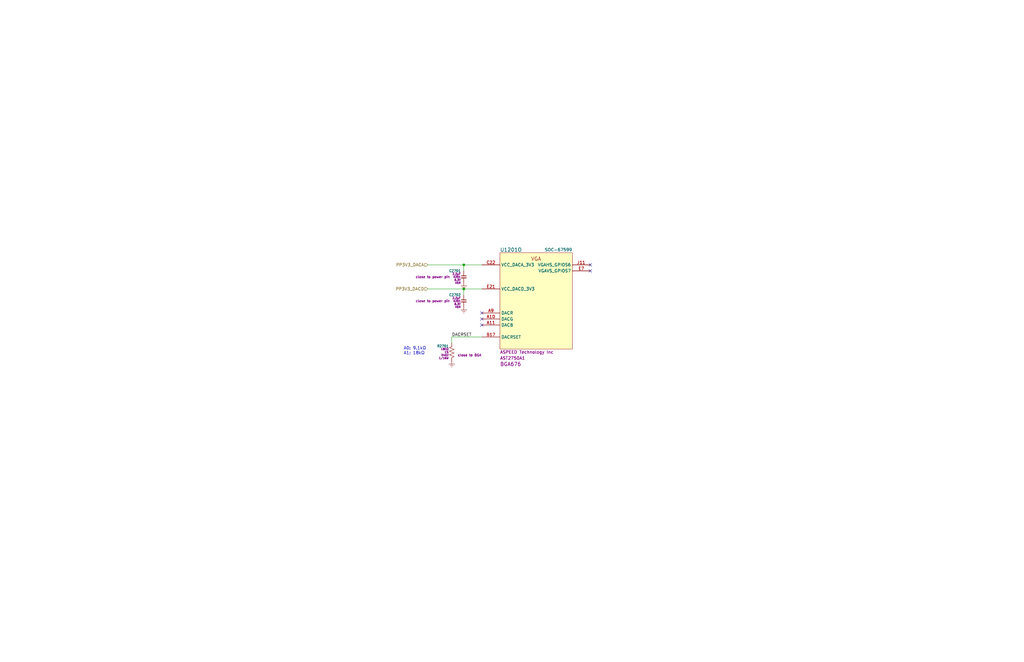
<source format=kicad_sch>
(kicad_sch (version 20231120) (generator "eeschema") (generator_version "8.0")
  (paper "B")
  (title_block (title "${PROJ}") (rev "${REV}") (company "${RPN}") (comment 1 "VGA"))
  (lib_symbols
    (symbol "Capacitors, ceramic, Murata:CCM-722AA" (pin_numbers hide) (pin_names (offset 0) hide)
      (property "Reference" "C" (at 1.27 2.54 0))
      (property "val" "2.2µF" (at 1.27 1.27 0))
      (property "pkg" "0201" (at 1.27 0 0))
      (property "volt" "6.3V" (at 1.27 -1.27 0))
      (property "type" "X5R" (at 1.27 -2.54 0))
      (symbol "CCM-722AA_1_1"
        (pin passive line (at 0 2.54 270) (length 2.032) (name "~") (number "1"))
        (pin passive line (at 0 -2.54 90) (length 2.032) (name "~") (number "2"))
      )
    )
    (symbol "Power:GND" (power) (pin_names (offset 0)) (in_bom no) (on_board no)
      (symbol "GND_1_1"
        (pin power_in line (at 0 0 270) (length 0) hide (name "GND") (number "1"))
      )
    )
    (symbol "Resistors:RES-5180B" (pin_numbers hide) (pin_names (offset 0) hide)
      (property "Reference" "R" (at 1.27 2.54 0))
      (property "val" "18KΩ" (at 1.27 1.27 0))
      (property "tol" "1%" (at 1.27 0 0))
      (property "pkg" "0402" (at 1.27 -1.27 0))
      (property "pwr" "1/16W" (at 1.27 -2.54 0))
      (symbol "RES-5180B_1_1"
        (pin passive line (at 0 3.81 270) (length 1.27) (name "~") (number "1"))
        (pin passive line (at 0 -3.81 90) (length 1.27) (name "~") (number "2"))
      )
    )
    (symbol "SoCs, non-Rivos:SOC-67599"
      (property "Reference" "U" (at -17.78 57.15 0))
      (property "Value" "SOC-67599" (at 17.78 57.15 0))
      (property "mfr" "ASPEED Technology Inc" (at -17.78 -58.42 0))
      (property "mpn" "AST2750A1" (at -17.78 -60.96 0))
      (property "pkg" "BGA676" (at -17.78 -63.5 0))
      (symbol "SOC-67599_1_1"
        (text "PCIe0" (at -8.89 22.86 0) (effects (font (size 1.524 1.524)) (justify left)))
        (text "PCIe1" (at 2.54 22.86 0) (effects (font (size 1.524 1.524)) (justify left)))
        (pin input line (at -27.94 20.32 0) (length 7.62) (name "PE0CK_P") (number "AA10"))
        (pin passive line (at -27.94 -20.32 0) (length 7.62) hide (name "VCC_PEG4_1V8[1:0]") (number "AA7"))
        (pin power_in line (at -27.94 -10.16 0) (length 7.62) (name "VCC_PEG4_0V8[1:0]") (number "AA8"))
        (pin input inverted_clock (at 27.94 17.78 180) (length 7.62) (name "PE1CK_N") (number "AA9"))
        (pin input inverted_clock (at -27.94 17.78 0) (length 7.62) (name "PE0CK_N") (number "AB10"))
        (pin passive line (at -27.94 -10.16 0) (length 7.62) hide (name "VCC_PEG4_0V8[1:0]") (number "AB8"))
        (pin input inverted (at 27.94 2.54 180) (length 7.62) (name "PE1RX_N") (number "AC7"))
        (pin output inverted (at 27.94 10.16 180) (length 7.62) (name "PE1TX_N") (number "AC9"))
        (pin input line (at 27.94 -10.16 180) (length 7.62) (name "PCIEREF") (number "AD11"))
        (pin input line (at 27.94 5.08 180) (length 7.62) (name "PE1RX_P") (number "AD7"))
        (pin output line (at 27.94 12.7 180) (length 7.62) (name "PE1TX_P") (number "AD9"))
        (pin output line (at -27.94 12.7 0) (length 7.62) (name "PE0TX_P") (number "AE10"))
        (pin bidirectional line (at 27.94 -2.54 180) (length 7.62) (name "PCIE1RSTN1v8") (number "AE3"))
        (pin input line (at -27.94 5.08 0) (length 7.62) (name "PE0RX_P") (number "AE8"))
        (pin output inverted (at -27.94 10.16 0) (length 7.62) (name "PE0TX_N") (number "AF10"))
        (pin bidirectional line (at -27.94 -2.54 0) (length 7.62) (name "PCIE0RSTN1v8") (number "AF2"))
        (pin input inverted (at -27.94 2.54 0) (length 7.62) (name "PE0RX_N") (number "AF8"))
        (pin power_in line (at -27.94 -20.32 0) (length 7.62) (name "VCC_PEG4_1V8[1:0]") (number "Y8"))
        (pin input line (at 27.94 20.32 180) (length 7.62) (name "PE1CK_P") (number "Y9"))
      )
      (symbol "SOC-67599_2_1"
        (text "DP HBR" (at 0 11.43 0) (effects (font (size 1.524 1.524))))
        (pin input line (at 27.94 -8.89 180) (length 7.62) (name "DPHPD1v8") (number "AA6"))
        (pin power_in line (at -27.94 -8.89 0) (length 7.62) (name "VCC_DP_VCC12A_1V2") (number "AB5"))
        (pin power_in line (at -27.94 1.27 0) (length 7.62) (name "VCC_DP_VCC18A_1V8") (number "AB6"))
        (pin bidirectional inverted (at -27.94 6.35 0) (length 7.62) (name "DPAUX_N") (number "AC5"))
        (pin bidirectional line (at -27.94 8.89 0) (length 7.62) (name "DPAUX_P") (number "AD5"))
        (pin output inverted (at 27.94 -1.27 180) (length 7.62) (name "DPMLTX1_N") (number "AE5"))
        (pin output inverted (at 27.94 6.35 180) (length 7.62) (name "DPMLTX0_N") (number "AE6"))
        (pin output line (at 27.94 1.27 180) (length 7.62) (name "DPMLTX1_P") (number "AF5"))
        (pin output line (at 27.94 8.89 180) (length 7.62) (name "DPMLTX0_P") (number "AF6"))
      )
      (symbol "SOC-67599_3_1"
        (text "DDR4/DDR5" (at 0 53.34 0) (effects (font (size 1.524 1.524))))
        (pin output line (at 25.4 43.18 180) (length 7.62) (name "DDR5CK_P") (number "AA1"))
        (pin output inverted_clock (at 25.4 40.64 180) (length 7.62) (name "DDR5CK_N") (number "AA2"))
        (pin bidirectional line (at 25.4 -5.08 180) (length 7.62) (name "DDR4CA10") (number "AA4"))
        (pin output inverted_clock (at 25.4 48.26 180) (length 7.62) (name "DDR4CK_N") (number "AB1"))
        (pin output line (at 25.4 50.8 180) (length 7.62) (name "DDR4CK_P") (number "AB2"))
        (pin bidirectional line (at 25.4 35.56 180) (length 7.62) (name "DDR4BA0") (number "AB3"))
        (pin bidirectional line (at 25.4 33.02 180) (length 7.62) (name "DDR4BA1") (number "AC1"))
        (pin output output_low (at 25.4 -22.86 180) (length 7.62) (name "DDR4CASN") (number "AC3"))
        (pin bidirectional line (at 25.4 -12.7 180) (length 7.62) (name "DDR4CA13") (number "AD1"))
        (pin output output_low (at 25.4 -27.94 180) (length 7.62) (name "DDR4RASN") (number "AD2"))
        (pin output output_low (at 25.4 -40.64 180) (length 7.62) (name "DDR4CSN") (number "AD3"))
        (pin output output_low (at 25.4 -25.4 180) (length 7.62) (name "DDR4WEN") (number "AE1"))
        (pin output line (at 25.4 -45.72 180) (length 7.62) (name "DDR_ODT") (number "AE2"))
        (pin bidirectional inverted (at -25.4 33.02 0) (length 7.62) (name "DDRDQS0_N") (number "G1"))
        (pin bidirectional line (at -25.4 35.56 0) (length 7.62) (name "DDRDQS0_P") (number "G2"))
        (pin bidirectional line (at -25.4 22.86 0) (length 7.62) (name "DDRDQ0") (number "G3"))
        (pin bidirectional line (at -25.4 15.24 0) (length 7.62) (name "DDRDQ3") (number "H3"))
        (pin bidirectional line (at -25.4 20.32 0) (length 7.62) (name "DDRDQ1") (number "H4"))
        (pin bidirectional line (at -25.4 7.62 0) (length 7.62) (name "DDRDQ6") (number "J1"))
        (pin output line (at -25.4 27.94 0) (length 7.62) (name "DDRDM0") (number "J2"))
        (pin bidirectional line (at -25.4 12.7 0) (length 7.62) (name "DDRDQ4") (number "J3"))
        (pin bidirectional line (at -25.4 17.78 0) (length 7.62) (name "DDRDQ2") (number "J4"))
        (pin bidirectional line (at -25.4 5.08 0) (length 7.62) (name "DDRDQ7") (number "K2"))
        (pin bidirectional line (at -25.4 10.16 0) (length 7.62) (name "DDRDQ5") (number "K3"))
        (pin bidirectional line (at -25.4 -12.7 0) (length 7.62) (name "DDRDQ8") (number "L3"))
        (pin bidirectional inverted (at -25.4 -2.54 0) (length 7.62) (name "DDRDQS1_N") (number "M1"))
        (pin bidirectional line (at -25.4 0 0) (length 7.62) (name "DDRDQS1_P") (number "M2"))
        (pin bidirectional line (at -25.4 -15.24 0) (length 7.62) (name "DDRDQ9") (number "M3"))
        (pin bidirectional line (at -25.4 -20.32 0) (length 7.62) (name "DDRDQ11") (number "M4"))
        (pin bidirectional line (at -25.4 -25.4 0) (length 7.62) (name "DDRDQ13") (number "N1"))
        (pin bidirectional line (at -25.4 -17.78 0) (length 7.62) (name "DDRDQ10") (number "N2"))
        (pin output line (at -25.4 -7.62 0) (length 7.62) (name "DDRDM1") (number "N3"))
        (pin bidirectional line (at -25.4 -30.48 0) (length 7.62) (name "DDRDQ15") (number "P1"))
        (pin bidirectional line (at -25.4 -27.94 0) (length 7.62) (name "DDRDQ14") (number "P3"))
        (pin bidirectional line (at -25.4 -22.86 0) (length 7.62) (name "DDRDQ12") (number "P4"))
        (pin bidirectional line (at 25.4 -17.78 180) (length 7.62) (name "DDR4CKE_DDR5CSN") (number "R2"))
        (pin output output_low (at 25.4 -38.1 180) (length 7.62) (name "DDR4ACTN_DDR5CA2") (number "R3"))
        (pin bidirectional line (at 25.4 25.4 180) (length 7.62) (name "DDR4BG1_DDR5CA1") (number "R4"))
        (pin bidirectional line (at 25.4 2.54 180) (length 7.62) (name "DDR4CA7_DDR5CA6") (number "T1"))
        (pin bidirectional line (at 25.4 27.94 180) (length 7.62) (name "DDR4BG0_DDR5CA0") (number "T2"))
        (pin open_collector line (at 25.4 -33.02 180) (length 7.62) (name "DDR_ALERTN") (number "T4"))
        (pin bidirectional line (at 25.4 -2.54 180) (length 7.62) (name "DDR4CA9_DDR5CA3") (number "U1"))
        (pin bidirectional line (at 25.4 -10.16 180) (length 7.62) (name "DDR4CA12_DDR5CA4") (number "U2"))
        (pin bidirectional line (at 25.4 -7.62 180) (length 7.62) (name "DDR4CA11_DDR5CA5") (number "U3"))
        (pin bidirectional line (at 25.4 5.08 180) (length 7.62) (name "DDR4CA6_DDR5CA8") (number "U4"))
        (pin bidirectional line (at 25.4 0 180) (length 7.62) (name "DDR4CA8_DDR5CA7") (number "V1"))
        (pin bidirectional line (at 25.4 10.16 180) (length 7.62) (name "DDR4CA4_DDR5CA10") (number "V3"))
        (pin bidirectional line (at 25.4 15.24 180) (length 7.62) (name "DDR4CA2_DDR5CA12") (number "V4"))
        (pin output line (at -25.4 -48.26 0) (length 7.62) (name "DDRATO") (number "V5"))
        (pin bidirectional line (at 25.4 12.7 180) (length 7.62) (name "DDR4CA3_DDR5CA11") (number "W1"))
        (pin bidirectional line (at 25.4 7.62 180) (length 7.62) (name "DDR4CA5_DDR5CA9") (number "W2"))
        (pin bidirectional line (at 25.4 20.32 180) (length 7.62) (name "DDR4CA0") (number "W3"))
        (pin input line (at 25.4 -50.8 180) (length 7.62) (name "DDR_ZN") (number "W4"))
        (pin bidirectional line (at 25.4 17.78 180) (length 7.62) (name "DDR4CA1_DDR5CA13") (number "Y1"))
        (pin output output_low (at 25.4 -35.56 180) (length 7.62) (name "DDRRESETN") (number "Y2"))
        (pin output line (at -25.4 -50.8 0) (length 7.62) (name "DDRDTO") (number "Y3"))
      )
      (symbol "SOC-67599_4_1"
        (text "UFS 2.1" (at 0 13.97 0) (effects (font (size 1.524 1.524))))
        (pin output line (at 27.94 11.43 180) (length 7.62) (name "UFSTX0_P") (number "A2"))
        (pin input line (at 27.94 -8.89 180) (length 7.62) (name "UFSRX1_P") (number "B1"))
        (pin output inverted (at 27.94 8.89 180) (length 7.62) (name "UFSTX0_N") (number "B2"))
        (pin input inverted (at 27.94 -11.43 180) (length 7.62) (name "UFSRX1_N") (number "C1"))
        (pin output line (at 27.94 6.35 180) (length 7.62) (name "UFSTX1_P") (number "C2"))
        (pin input line (at 27.94 -3.81 180) (length 7.62) (name "UFSRX0_P") (number "D1"))
        (pin output inverted (at 27.94 3.81 180) (length 7.62) (name "UFSTX1_N") (number "D2"))
        (pin input inverted (at 27.94 -6.35 180) (length 7.62) (name "UFSRX0_N") (number "E1"))
        (pin output clock (at -27.94 11.43 0) (length 7.62) (name "UFSREFCK1v2") (number "E2"))
        (pin output output_low (at -27.94 6.35 0) (length 7.62) (name "UFSRSTN1v2") (number "F2"))
        (pin power_in line (at -27.94 -11.43 0) (length 7.62) (name "VCC_UFS_0V8") (number "K7"))
        (pin power_in line (at -27.94 -1.27 0) (length 7.62) (name "VCC_UFS_1V8") (number "L8"))
      )
      (symbol "SOC-67599_5_1"
        (text "USB2C supports USB-to-UART\n(access to UART11 and UART12)" (at -5.08 16.51 0) (effects (font (size 1 1)) (justify left)))
        (text "USB3.1 Gen2" (at 0 39.37 0) (effects (font (size 1.524 1.524))))
        (pin output inverted (at -27.94 34.29 0) (length 7.62) (name "USB3ATX_N") (number "A3"))
        (pin bidirectional line (at 27.94 29.21 180) (length 7.62) (name "USB2B_P") (number "A4"))
        (pin input inverted (at -27.94 11.43 0) (length 7.62) (name "USB3BRX_N") (number "A5"))
        (pin output line (at -27.94 36.83 0) (length 7.62) (name "USB3ATX_P") (number "B3"))
        (pin bidirectional inverted (at 27.94 26.67 180) (length 7.62) (name "USB2B_N") (number "B4"))
        (pin input line (at -27.94 13.97 0) (length 7.62) (name "USB3BRX_P") (number "B5"))
        (pin bidirectional line (at 27.94 36.83 180) (length 7.62) (name "USB2A_P") (number "C3"))
        (pin input line (at -27.94 29.21 0) (length 7.62) (name "USB3ARX_P") (number "C5"))
        (pin bidirectional inverted (at 27.94 34.29 180) (length 7.62) (name "USB2A_N") (number "D3"))
        (pin input inverted (at -27.94 26.67 0) (length 7.62) (name "USB3ARX_N") (number "D5"))
        (pin input line (at 27.94 -31.75 180) (length 7.62) (name "USB2ATXRTUNE") (number "E3"))
        (pin input line (at -27.94 -31.75 0) (length 7.62) (name "USB3RESREF") (number "E4"))
        (pin output line (at -27.94 21.59 0) (length 7.62) (name "USB3BTX_P") (number "E6"))
        (pin input line (at 27.94 -36.83 180) (length 7.62) (name "USB2BTXRTUNE") (number "F5"))
        (pin output inverted (at -27.94 19.05 0) (length 7.62) (name "USB3BTX_N") (number "F6"))
        (pin power_in line (at 27.94 3.81 180) (length 7.62) (name "VCCA_USB2C_3V3") (number "G15"))
        (pin input clock (at -27.94 6.35 0) (length 7.62) (name "USB25CK_P") (number "G6"))
        (pin bidirectional line (at 27.94 21.59 180) (length 7.62) (name "USB2C_P") (number "H15"))
        (pin input inverted_clock (at -27.94 3.81 0) (length 7.62) (name "USB25CK_N") (number "H6"))
        (pin bidirectional inverted (at 27.94 19.05 180) (length 7.62) (name "USB2C_N") (number "J15"))
        (pin power_in line (at 27.94 6.35 180) (length 7.62) (name "VCC_USB2_3V3") (number "J7"))
        (pin power_in line (at -27.94 -8.89 0) (length 7.62) (name "VCC_USB3_1V8[1:0]") (number "K10"))
        (pin power_in line (at 27.94 -19.05 180) (length 7.62) (name "VCC_USB2_0V8") (number "K11"))
        (pin power_in line (at 27.94 1.27 180) (length 7.62) (name "VCCA_USB2D_3V3") (number "K14"))
        (pin bidirectional line (at 27.94 13.97 180) (length 7.62) (name "USB2D_P") (number "K15"))
        (pin power_in line (at -27.94 -19.05 0) (length 7.62) (name "VCC_USB3_0V8[1:0]") (number "K9"))
        (pin passive line (at -27.94 -8.89 0) (length 7.62) hide (name "VCC_USB3_1V8[1:0]") (number "L10"))
        (pin power_in line (at 27.94 -8.89 180) (length 7.62) (name "VCC_USB2_1V8") (number "L11"))
        (pin bidirectional inverted (at 27.94 11.43 180) (length 7.62) (name "USB2D_N") (number "L15"))
        (pin passive line (at -27.94 -19.05 0) (length 7.62) hide (name "VCC_USB3_0V8[1:0]") (number "L9"))
      )
      (symbol "SOC-67599_6_1"
        (text "eMMC" (at -5.08 36.83 0) (effects (font (size 1.524 1.524))))
        (text "JTAG0 (M/S)" (at 7.62 29.21 0) (effects (font (size 1.524 1.524)) (justify left)))
        (text "JTAG1 (M)" (at 1.27 12.7 0) (effects (font (size 1.524 1.524)) (justify left)))
        (text "LTPI1 Rx" (at 10.16 -24.13 0) (effects (font (size 1.524 1.524)) (justify left)))
        (text "LTPI1 Tx" (at 10.16 -8.89 0) (effects (font (size 1.524 1.524)) (justify left)))
        (text "LTPI2 Rx" (at -10.16 -24.13 0) (effects (font (size 1.524 1.524)) (justify right)))
        (text "LTPI2 Tx" (at -10.16 -8.89 0) (effects (font (size 1.524 1.524)) (justify right)))
        (pin input line (at 45.72 29.21 180) (length 7.62) (name "TMS01v8") (number "AA5"))
        (pin bidirectional line (at -45.72 21.59 0) (length 7.62) (name "EMMCDAT3_GPIO18A5") (number "AB13"))
        (pin input input_low (at -45.72 1.27 0) (length 7.62) (name "EMMCCDN_VB0CSN_GPIO18A6") (number "AB14"))
        (pin bidirectional line (at -45.72 13.97 0) (length 7.62) (name "EMMCDAT5_VB0MISO_GPIO18B1_UFSCLKI") (number "AC13"))
        (pin output clock (at -45.72 34.29 0) (length 7.62) (name "EMMCCLK_VB1CSN_GPIO18A0") (number "AC14"))
        (pin input inverted (at 45.72 -29.21 180) (length 7.62) (name "LTPI1RX_N") (number "AC21"))
        (pin output line (at 45.72 -11.43 180) (length 7.62) (name "LTPI1TX_P") (number "AC23"))
        (pin bidirectional line (at -45.72 11.43 0) (length 7.62) (name "EMMCDAT6_DDCCLK_GPIO18B2") (number "AD13"))
        (pin bidirectional line (at -45.72 29.21 0) (length 7.62) (name "EMMCDAT0_VB1MOSI_GPIO18A2") (number "AD14"))
        (pin input line (at 45.72 -26.67 180) (length 7.62) (name "LTPI1RX_P") (number "AD21"))
        (pin output inverted (at 45.72 -13.97 180) (length 7.62) (name "LTPI1TX_N") (number "AD23"))
        (pin input input_low (at 45.72 34.29 180) (length 7.62) (name "NTRST01v8") (number "AD4"))
        (pin bidirectional line (at -45.72 8.89 0) (length 7.62) (name "EMMCDAT7_DDCDAT_GPIO18B3") (number "AE13"))
        (pin bidirectional line (at -45.72 26.67 0) (length 7.62) (name "EMMCDAT1_VB1MISO_GPIO18A3") (number "AE14"))
        (pin bidirectional line (at -45.72 3.81 0) (length 7.62) (name "EMMCCMD_VB1CK_GPIO18A1") (number "AE15"))
        (pin input inverted_clock (at 45.72 -21.59 180) (length 7.62) (name "LTPI1RXCK_N") (number "AE22"))
        (pin output inverted (at 45.72 -6.35 180) (length 7.62) (name "LTPI1TXCK_N") (number "AE24"))
        (pin input line (at 45.72 24.13 180) (length 7.62) (name "TDI01v8") (number "AE4"))
        (pin bidirectional line (at -45.72 16.51 0) (length 7.62) (name "EMMCDAT4_VB0MOSI_GPIO18B0") (number "AF13"))
        (pin bidirectional line (at -45.72 24.13 0) (length 7.62) (name "EMMCDAT2_GPIO18A4") (number "AF14"))
        (pin input clock (at 45.72 -19.05 180) (length 7.62) (name "LTPI1RXCK_P") (number "AF22"))
        (pin output line (at 45.72 -3.81 180) (length 7.62) (name "LTPI1TXCK_P") (number "AF24"))
        (pin input clock (at 45.72 31.75 180) (length 7.62) (name "TCK01v8") (number "AF3"))
        (pin output line (at 45.72 26.67 180) (length 7.62) (name "TDO01v8") (number "AF4"))
        (pin output output_low (at 45.72 19.05 180) (length 7.62) (name "GPIOQ2_MNTRST13v3") (number "D12"))
        (pin output line (at 45.72 13.97 180) (length 7.62) (name "GPIOQ4_MTMS13v3") (number "E11"))
        (pin output line (at 45.72 16.51 180) (length 7.62) (name "GPIOQ3_MTCK13v3") (number "F10"))
        (pin output line (at 45.72 11.43 180) (length 7.62) (name "GPIOQ5_MTDI13v3") (number "F11"))
        (pin input line (at 45.72 8.89 180) (length 7.62) (name "GPIOQ6_MTDO13v3") (number "F13"))
        (pin power_in line (at 45.72 3.81 180) (length 7.62) (name "VCC_BMC_3V3[3:0]") (number "G13"))
        (pin power_in line (at -45.72 -34.29 0) (length 7.62) (name "VCC_LTPIIO2_1V8[1:0]") (number "P19"))
        (pin power_in line (at 45.72 -34.29 180) (length 7.62) (name "VCC_LTPIIO_1V8[1:0]") (number "P20"))
        (pin passive line (at 45.72 -34.29 180) (length 7.62) hide (name "VCC_LTPIIO_1V8[1:0]") (number "P21"))
        (pin passive line (at -45.72 -34.29 0) (length 7.62) hide (name "VCC_LTPIIO2_1V8[1:0]") (number "R20"))
        (pin output inverted (at -45.72 -6.35 0) (length 7.62) (name "LTPI2TXCK_N") (number "T25"))
        (pin output line (at -45.72 -3.81 0) (length 7.62) (name "LTPI2TXCK_P") (number "T26"))
        (pin output inverted (at -45.72 -13.97 0) (length 7.62) (name "LTPI2TX_N") (number "U23"))
        (pin output line (at -45.72 -11.43 0) (length 7.62) (name "LTPI2TX_P") (number "U24"))
        (pin input inverted_clock (at -45.72 -21.59 0) (length 7.62) (name "LTPI2RXCK_N") (number "V25"))
        (pin input clock (at -45.72 -19.05 0) (length 7.62) (name "LTPI2RXCK_P") (number "V26"))
        (pin input inverted (at -45.72 -29.21 0) (length 7.62) (name "LTPI2RX_N") (number "W23"))
        (pin input line (at -45.72 -26.67 0) (length 7.62) (name "LTPI2RX_P") (number "W24"))
      )
      (symbol "SOC-67599_7_1"
        (text "eSPI0/1" (at 0 13.97 0) (effects (font (size 1.524 1.524))))
        (pin input input_low (at -58.42 3.81 0) (length 7.62) (name "ESPI0CSN_L0FRAMEN_GPIOM5") (number "B13"))
        (pin bidirectional line (at -58.42 -6.35 0) (length 7.62) (name "ESPI0D3_L0AD3_GPIOM3") (number "B14"))
        (pin bidirectional line (at -58.42 -3.81 0) (length 7.62) (name "ESPI0D2_L0AD2_GPIOM2") (number "B15"))
        (pin bidirectional line (at -58.42 1.27 0) (length 7.62) (name "ESPI0D0_L0AD0_GPIOM0") (number "B16"))
        (pin open_collector line (at 58.42 6.35 180) (length 7.62) (name "ESPI1ALTN_L1SIRQN_SD0CMD_GPIOA2_SDA3_VPIVS") (number "C11"))
        (pin bidirectional line (at 58.42 -3.81 180) (length 7.62) (name "ESPI1D2_L1AD2_SD0DAT2_GPIOA6_SDA2") (number "C12"))
        (pin bidirectional line (at 58.42 -6.35 180) (length 7.62) (name "ESPI1D3_L1AD3_SD0DAT3_GPIOA7_SCL3") (number "C13"))
        (pin input input_low (at 58.42 8.89 180) (length 7.62) (name "ESPI1RSTN_LPC1RSTN_SD0CDN_GPIOA1_SCL1_VPIHS") (number "C14"))
        (pin input input_low (at -58.42 8.89 0) (length 7.62) (name "ESPI0RSTN_LPC0RSTN_GPIOM7") (number "C15"))
        (pin input clock (at 58.42 11.43 180) (length 7.62) (name "ESPI1CK_L1CLK_SD0CLK_GPIOA0_SCL0_VPICLK") (number "C16"))
        (pin input clock (at -58.42 11.43 0) (length 7.62) (name "ESPI0CK_L0CLK_OSCCLK_GPIOM4") (number "C17"))
        (pin bidirectional line (at 58.42 -1.27 180) (length 7.62) (name "ESPI1D1_L1AD1_SD0DAT1_GPIOA5_SCL2_VPIR1") (number "D10"))
        (pin bidirectional line (at -58.42 -1.27 0) (length 7.62) (name "ESPI0D1_L0AD1_GPIOM1") (number "D14"))
        (pin input input_low (at 58.42 3.81 180) (length 7.62) (name "ESPI1CSN_L1FRAMEN_SD0WPN_GPIOA3_SDA0_VPIDE") (number "D9"))
        (pin open_collector line (at -58.42 6.35 0) (length 7.62) (name "ESPI0ALTN_L0SIRQN_GPIOM6") (number "E14"))
        (pin bidirectional line (at 58.42 1.27 180) (length 7.62) (name "ESPI1D0_L1AD0_SD0DAT0_GPIOA4_SDA1_VPIR0") (number "F14"))
        (pin power_in line (at 58.42 -11.43 180) (length 7.62) (name "VCC_ESPI1_1V8_3V3") (number "G17"))
        (pin power_in line (at -58.42 -11.43 0) (length 7.62) (name "VCC_ESPI0_1V8_3V3") (number "G18"))
      )
      (symbol "SOC-67599_8_1"
        (text "AST27x0A1: BOOT_FROM_UART strap at pin W16\n0: Disable (int. pulldown)\n1: Enable (ext. pullup required)" (at -29.21 -17.78 0) (effects (font (size 1 1)) (justify left)))
        (text "AST27x0A1: HeartBeat LED function strap at pin AC16\n0: Enable (int. pulldown)\n1: Disable (ext. pullup required)" (at -36.83 12.7 0) (effects (font (size 1 1)) (justify left)))
        (text "AST27x0A1: LTPI CRC mode sel. strap at pin AA14\n0: CRC option 1 (int. pulldown)\n1: CRC option 2" (at -29.21 -11.43 0) (effects (font (size 1 1)) (justify left)))
        (text "Debug / Boot from UART" (at -6.35 -26.67 0) (effects (font (size 1.524 1.524)) (justify left)))
        (text "UART / GPIO" (at -1.27 33.02 0) (effects (font (size 1.524 1.524))))
        (pin bidirectional line (at -52.07 -7.62 0) (length 7.62) (name "GPIOF5_NRTS1") (number "AA14"))
        (pin bidirectional line (at -52.07 5.08 0) (length 7.62) (name "GPIOF0_NCTS1_SIOONCTRLN1_HPM1GPO0") (number "AA15"))
        (pin bidirectional line (at -52.07 27.94 0) (length 7.62) (name "GPIOE1_NDCD0_SIOPBIN1") (number "AA16"))
        (pin bidirectional line (at 52.07 20.32 180) (length 7.62) (name "GPIOG3_RXD3_WDTRST1N_PWM9_SDA12_SM1CLKI") (number "AA17"))
        (pin bidirectional line (at -52.07 2.54 0) (length 7.62) (name "GPIOF1_NDCD1_SIOPWRGD1_HPM1GPO1") (number "AB15"))
        (pin bidirectional line (at -52.07 17.78 0) (length 7.62) (name "GPIOE5_NRTS0_SIOPWREQN1") (number "AB16"))
        (pin output line (at 52.07 7.62 180) (length 7.62) (name "TXD5_GPIOG4_WDTRST2N_PWM10_SCL13_SM1MOSII") (number "AB17"))
        (pin bidirectional line (at 52.07 30.48 180) (length 7.62) (name "GPIOG0_TXD2") (number "AB18"))
        (pin bidirectional line (at -52.07 0 0) (length 7.62) (name "GPIOF2_NDSR1_SALT2") (number "AC15"))
        (pin output line (at -52.07 15.24 0) (length 7.62) (name "TXD0") (number "AC16"))
        (pin bidirectional line (at 52.07 0 180) (length 7.62) (name "GPIOG6_TXD6_PWM12_SALT0_SCL14_SM1IO2I") (number "AC17"))
        (pin bidirectional line (at 52.07 27.94 180) (length 7.62) (name "GPIOG1_RXD2_SCL12") (number "AC18"))
        (pin output line (at 52.07 15.24 180) (length 7.62) (name "TXD41v8") (number "AD12"))
        (pin bidirectional line (at -52.07 -2.54 0) (length 7.62) (name "GPIOF3_NRI1_SALT3") (number "AD15"))
        (pin input line (at 52.07 5.08 180) (length 7.62) (name "RXD5_GPIOG5_WDTRST3N_PWM11_SDA13_SM1MISOI") (number "AD16"))
        (pin bidirectional line (at 52.07 -2.54 180) (length 7.62) (name "GPIOG7_RXD6_PWM13_SALT1_SDA14_SM1IO3I") (number "AD17"))
        (pin input line (at 52.07 12.7 180) (length 7.62) (name "RXD41v8") (number "AE12"))
        (pin bidirectional line (at 52.07 -5.08 180) (length 7.62) (name "GPIOH0_TXD7_PWM14_SCL15_SM1CS0NO") (number "AE16"))
        (pin bidirectional line (at 52.07 -7.62 180) (length 7.62) (name "GPIOH1_RXD7_PWM15_SDA15_SM1MUXSEL") (number "AE17"))
        (pin input line (at -52.07 12.7 0) (length 7.62) (name "RXD0") (number "AF16"))
        (pin bidirectional line (at -52.07 30.48 0) (length 7.62) (name "GPIOE0_NCTS0_SIOPBON1") (number "AF17"))
        (pin output line (at 52.07 -22.86 180) (length 7.62) (name "BMCUART_TXD12") (number "D11"))
        (pin input line (at 52.07 -25.4 180) (length 7.62) (name "BMCUART_RXD12") (number "D13"))
        (pin power_in line (at 52.07 -30.48 180) (length 7.62) (name "VCC_BMC_3V3[3:0]") (number "G14"))
        (pin power_in line (at 52.07 -12.7 180) (length 7.62) (name "VCC_PG2_1V8_3V3[1:0]") (number "H16"))
        (pin bidirectional line (at -52.07 20.32 0) (length 7.62) (name "GPIOE4_NDTR0_SIOS5N1") (number "J13"))
        (pin passive line (at 52.07 -12.7 180) (length 7.62) hide (name "VCC_PG2_1V8_3V3[1:0]") (number "J16"))
        (pin bidirectional line (at 52.07 22.86 180) (length 7.62) (name "GPIOG2_TXD3_WDTRST0N_PWM8_SM1CS0NI") (number "K13"))
        (pin power_in line (at -52.07 -22.86 0) (length 7.62) (name "VCC_SYSUART_1V8_3V3[1:0]") (number "K16"))
        (pin passive line (at -52.07 -22.86 0) (length 7.62) hide (name "VCC_SYSUART_1V8_3V3[1:0]") (number "L16"))
        (pin bidirectional line (at -52.07 -12.7 0) (length 7.62) (name "GPIOF7_RXD1") (number "V16"))
        (pin bidirectional line (at -52.07 22.86 0) (length 7.62) (name "GPIOE3_NRI0_SIOS3N1") (number "V17"))
        (pin bidirectional line (at -52.07 -10.16 0) (length 7.62) (name "GPIOF6_TXD1") (number "W16"))
        (pin bidirectional line (at -52.07 -5.08 0) (length 7.62) (name "GPIOF4_NDTR1_HPM1GPO2") (number "Y15"))
        (pin bidirectional line (at -52.07 25.4 0) (length 7.62) (name "GPIOE2_NDSR0_SIOSCIN1") (number "Y16"))
      )
      (symbol "SOC-67599_9_1"
        (text "MISC" (at 0 11.43 0) (effects (font (size 1.524 1.524))))
        (text "PECI" (at -1.27 -3.81 0) (effects (font (size 1.524 1.524)) (justify left)))
        (pin input input_low (at -33.02 3.81 0) (length 7.62) (name "SRSTN1v8") (number "AB11"))
        (pin input input_low (at -33.02 1.27 0) (length 7.62) (name "EXTRSTN1v8") (number "AB12"))
        (pin output output_low (at -33.02 -6.35 0) (length 7.62) (name "RSTIND1v8") (number "AB4"))
        (pin input line (at 33.02 8.89 180) (length 7.62) (name "ENTEST1v8") (number "AC11"))
        (pin input clock (at -33.02 8.89 0) (length 7.62) (name "CLKIN1v8") (number "AC12"))
        (pin bidirectional line (at 33.02 -1.27 180) (length 7.62) (name "PECI") (number "AD24"))
        (pin input input_low (at -33.02 -1.27 0) (length 7.62) (name "SSPRSTN1v8") (number "AF12"))
        (pin input input_low (at -33.02 -8.89 0) (length 7.62) (name "TSTRSTN") (number "AF15"))
        (pin power_in line (at 33.02 -6.35 180) (length 7.62) (name "VCC_PECIVDD_1V0") (number "L23"))
        (pin input input_low (at 33.02 3.81 180) (length 7.62) (name "CHASIN") (number "V15"))
      )
      (symbol "SOC-67599_10_1"
        (text "GPIO / TACH / PWM" (at 0 22.86 0) (effects (font (size 1.524 1.524))))
        (text "SCMGPO[11:0] will drive output 0 during power on until uboot \nconfiguration, make sure no harm to the peripherals connected." (at -49.53 -19.05 0) (effects (font (size 1 1)) (justify left)))
        (pin bidirectional line (at -58.42 17.78 0) (length 7.62) (name "GPIOB1_TACH1_THRUOUT0_SCMGPO1_VPIR3") (number "AA25"))
        (pin bidirectional line (at -58.42 15.24 0) (length 7.62) (name "GPIOB2_TACH2_THRUIN1_SCMGPO2_VPIR4") (number "AB23"))
        (pin bidirectional line (at 58.42 20.32 180) (length 7.62) (name "GPIOC2_TACH10_SALT12_NCTS6_SCMGPO10_VPIG4") (number "AB26"))
        (pin bidirectional line (at -58.42 20.32 0) (length 7.62) (name "GPIOB0_TACH0_THRUIN0_SCMGPO0_VPIR2") (number "AC26"))
        (pin bidirectional line (at 58.42 -15.24 180) (length 7.62) (name "GPIOD7_PWM7_SIOPWRGD0_SM0MUXSEL_HPM0GPO3") (number "AD22"))
        (pin bidirectional line (at 58.42 0 180) (length 7.62) (name "GPIOD1_PWM1_SIOPBIN0_SM0CLKI_HPM0GPI1_VPIB3") (number "AD25"))
        (pin bidirectional line (at 58.42 17.78 180) (length 7.62) (name "GPIOC3_TACH11_SALT13_NDCD6_SCMGPO11_VPIG5") (number "AD26"))
        (pin bidirectional line (at 58.42 -10.16 180) (length 7.62) (name "GPIOD5_PWM5_SIOPWREQN0_SM0IO3I_HPM0GPO1_VPIB7") (number "AE21"))
        (pin bidirectional line (at 58.42 -12.7 180) (length 7.62) (name "GPIOD6_PWM6_SIOONCTRLN0_SM0CS0NO_HPM0GPO2") (number "AE23"))
        (pin bidirectional line (at 58.42 2.54 180) (length 7.62) (name "GPIOD0_PWM0_SIOPBON0_SM0CS0NI_HPM0GPI0_VPIB2") (number "AE25"))
        (pin bidirectional line (at 58.42 12.7 180) (length 7.62) (name "GPIOC5_TACH13_SALT15_NRI6_SCMGPI1_VPIG7") (number "AE26"))
        (pin bidirectional line (at 58.42 -5.08 180) (length 7.62) (name "GPIOD3_PWM3_SIOS3N0_SM0MISOI_HPM0GPI3_VPIB5") (number "AF20"))
        (pin bidirectional line (at 58.42 -7.62 180) (length 7.62) (name "GPIOD4_PWM4_SIOS5N0_SM0IO2I_HPM0GPO0_VPIB6") (number "AF21"))
        (pin bidirectional line (at 58.42 -2.54 180) (length 7.62) (name "GPIOD2_PWM2_SIOSCIN0_SM0MOSII_HPM0GPI2_VPIB4") (number "AF23"))
        (pin bidirectional line (at 58.42 7.62 180) (length 7.62) (name "GPIOC7_TACH15_NRTS6_SM0CS0NI_SCMGPI3_VPIB1") (number "AF25"))
        (pin bidirectional line (at 58.42 10.16 180) (length 7.62) (name "GPIOC6_TACH14_NDTR6_SCMGPI2_VPIB0") (number "AF26"))
        (pin power_in line (at 58.42 -20.32 180) (length 7.62) (name "VCC_PG1_1V8_3V3[1:0]") (number "L25"))
        (pin power_in line (at -58.42 -7.62 0) (length 7.62) (name "VCC_PG0_1V8_3V3") (number "M24"))
        (pin passive line (at 58.42 -20.32 180) (length 7.62) hide (name "VCC_PG1_1V8_3V3[1:0]") (number "M25"))
        (pin bidirectional line (at -58.42 2.54 0) (length 7.62) (name "GPIOB7_TACH7_NRI5_SCMGPO7_VPIG1") (number "N25"))
        (pin bidirectional line (at -58.42 7.62 0) (length 7.62) (name "GPIOB5_TACH5_NDCD5_SCMGPO5_VPIR7") (number "N26"))
        (pin bidirectional line (at -58.42 5.08 0) (length 7.62) (name "GPIOB6_TACH6_NDSR5_SCMGPO6_VPIG0") (number "P25"))
        (pin bidirectional line (at 58.42 15.24 180) (length 7.62) (name "GPIOC4_TACH12_SALT14_NDSR6_SCMGPI0_VPIG6") (number "P26"))
        (pin bidirectional line (at -58.42 12.7 0) (length 7.62) (name "GPIOB3_TACH3_THRUOUT1_SCMGPO3_VPIR5") (number "U22"))
        (pin bidirectional line (at -58.42 10.16 0) (length 7.62) (name "GPIOB4_TACH4_NCTS5_SCMGPO4_VPIR6") (number "V21"))
        (pin bidirectional line (at -58.42 0 0) (length 7.62) (name "GPIOC0_TACH8_NDTR5_SCMGPO8_VPIG2") (number "V23"))
        (pin bidirectional line (at -58.42 -2.54 0) (length 7.62) (name "GPIOC1_TACH9_NRTS5_SCMGPO9_VPIG3") (number "W22"))
      )
      (symbol "SOC-67599_11_1"
        (text "FSI/I3CLV1" (at -15.24 -25.4 0) (effects (font (size 1.524 1.524)) (justify left)))
        (text "I3CHV0" (at 7.62 26.67 0) (effects (font (size 1.524 1.524)) (justify left)))
        (text "I3CHV1" (at -15.24 26.67 0) (effects (font (size 1.524 1.524)) (justify left)))
        (text "I3CLV1" (at -15.24 -5.08 0) (effects (font (size 1.524 1.524)) (justify left)))
        (pin bidirectional line (at -55.88 -2.54 0) (length 7.62) (name "GPIOJ3_I3CSDA5") (number "AA20"))
        (pin bidirectional line (at -55.88 -20.32 0) (length 7.62) (name "GPIOK2_I3CSCL9_FSI1CLK") (number "AA21"))
        (pin bidirectional line (at -55.88 -5.08 0) (length 7.62) (name "GPIOJ4_I3CSCL6") (number "AA22"))
        (pin bidirectional line (at -55.88 27.94 0) (length 7.62) (name "GPIOI4_HVI3C14SCL_SCL14") (number "AA23"))
        (pin bidirectional line (at 55.88 30.48 180) (length 7.62) (name "GPIOL3_HVI3CSDA1_SDA9") (number "AA24"))
        (pin bidirectional line (at 55.88 25.4 180) (length 7.62) (name "GPIOL5_HVI3CSDA2_SDA10") (number "AA26"))
        (pin bidirectional line (at -55.88 -7.62 0) (length 7.62) (name "GPIOJ5_I3CSDA6") (number "AB20"))
        (pin bidirectional line (at -55.88 -22.86 0) (length 7.62) (name "GPIOK3_I3CSDA9_FSI1DATA") (number "AB21"))
        (pin bidirectional line (at -55.88 22.86 0) (length 7.62) (name "GPIOI6_HVI3C15SCL_SCL15") (number "AB22"))
        (pin bidirectional line (at -55.88 -25.4 0) (length 7.62) (name "GPIOK4_I3CSCL10_FSI2CLK") (number "AC19"))
        (pin bidirectional line (at -55.88 -17.78 0) (length 7.62) (name "GPIOK1_I3CSDA8_FSI0DATA") (number "AC20"))
        (pin bidirectional line (at -55.88 25.4 0) (length 7.62) (name "GPIOI5_HVI3C14SDA_SDA14") (number "AC22"))
        (pin bidirectional line (at -55.88 -33.02 0) (length 7.62) (name "GPIOK7_I3CSDA11_FSI3DATA") (number "AD18"))
        (pin bidirectional line (at -55.88 -30.48 0) (length 7.62) (name "GPIOK6_I3CSCL11_FSI3CLK") (number "AD19"))
        (pin bidirectional line (at -55.88 -15.24 0) (length 7.62) (name "GPIOK0_I3CSCL8_FSI0CLK") (number "AD20"))
        (pin bidirectional line (at -55.88 -27.94 0) (length 7.62) (name "GPIOK5_I3CSDA10_FSI2DATA") (number "AE18"))
        (pin bidirectional line (at -55.88 -12.7 0) (length 7.62) (name "GPIOJ7_I3CSDA7") (number "AE19"))
        (pin bidirectional line (at -55.88 5.08 0) (length 7.62) (name "GPIOJ0_I3CSCL4") (number "AE20"))
        (pin bidirectional line (at -55.88 -10.16 0) (length 7.62) (name "GPIOJ6_I3CSCL7") (number "AF18"))
        (pin bidirectional line (at -55.88 2.54 0) (length 7.62) (name "GPIOJ1_I3CSDA4") (number "AF19"))
        (pin power_in line (at -55.88 -38.1 0) (length 7.62) (name "VCC_I3CVDDL1_1V0[2:0]") (number "N24"))
        (pin power_in line (at 55.88 15.24 180) (length 7.62) (name "VCC_I3CVDDH0_1V8_3V3[1:0]") (number "P22"))
        (pin passive line (at 55.88 15.24 180) (length 7.62) hide (name "VCC_I3CVDDH0_1V8_3V3[1:0]") (number "P23"))
        (pin passive line (at -55.88 -38.1 0) (length 7.62) hide (name "VCC_I3CVDDL1_1V0[2:0]") (number "P24"))
        (pin passive line (at -55.88 -38.1 0) (length 7.62) hide (name "VCC_I3CVDDL1_1V0[2:0]") (number "R24"))
        (pin bidirectional line (at 55.88 27.94 180) (length 7.62) (name "GPIOL4_HVI3CSCL2_SCL10") (number "R25"))
        (pin bidirectional line (at 55.88 22.86 180) (length 7.62) (name "GPIOL6_HVI3CSCL3_SCL11") (number "R26"))
        (pin power_in line (at -55.88 15.24 0) (length 7.62) (name "VCC_I3CVDDH1_1V8_3V3[1:0]") (number "T21"))
        (pin passive line (at -55.88 15.24 0) (length 7.62) hide (name "VCC_I3CVDDH1_1V8_3V3[1:0]") (number "T22"))
        (pin bidirectional line (at 55.88 38.1 180) (length 7.62) (name "GPIOL0_HVI3CSCL0_SCL8") (number "U25"))
        (pin bidirectional line (at 55.88 35.56 180) (length 7.62) (name "GPIOL1_HVI3CSDA0_SDA8") (number "U26"))
        (pin bidirectional line (at -55.88 30.48 0) (length 7.62) (name "GPIOI3_HVI3C13SDA_SDA13") (number "W21"))
        (pin bidirectional line (at -55.88 38.1 0) (length 7.62) (name "GPIOI0_HVI3C12SCL_SCL12") (number "W25"))
        (pin bidirectional line (at -55.88 20.32 0) (length 7.62) (name "GPIOI7_HVI3C15SDA_SDA15") (number "Y21"))
        (pin bidirectional line (at -55.88 0 0) (length 7.62) (name "GPIOJ2_I3CSCL5") (number "Y22"))
        (pin bidirectional line (at -55.88 35.56 0) (length 7.62) (name "GPIOI1_HVI3C12SDA_SDA12") (number "Y23"))
        (pin bidirectional line (at -55.88 33.02 0) (length 7.62) (name "GPIOI2_HVI3C13SCL_SCL13") (number "Y24"))
        (pin bidirectional line (at 55.88 20.32 180) (length 7.62) (name "GPIOL7_HVI3CSDA3_SDA11") (number "Y25"))
        (pin bidirectional line (at 55.88 33.02 180) (length 7.62) (name "GPIOL2_HVI3CSCL1_SCL9") (number "Y26"))
      )
      (symbol "SOC-67599_12_1"
        (text "FWSPI" (at -17.78 34.29 0) (effects (font (size 1.524 1.524))))
        (text "SPI0 - SOC0" (at -15.24 -3.81 0) (effects (font (size 1.524 1.524))))
        (text "SPI1 - SOC1" (at 11.43 34.29 0) (effects (font (size 1.524 1.524))))
        (text "SPI2 - HPM FPGA" (at 2.54 -26.67 0) (effects (font (size 1.524 1.524))))
        (pin output output_low (at -48.26 8.89 0) (length 7.62) (name "FWSPICS2N") (number "A12"))
        (pin output output_low (at -48.26 11.43 0) (length 7.62) (name "FWSPICS1N") (number "A13"))
        (pin input line (at -48.26 16.51 0) (length 7.62) (name "GPIOP7_FWSPIABR") (number "A14"))
        (pin bidirectional line (at -48.26 19.05 0) (length 7.62) (name "FWSPIDQ3_GPIOU7") (number "A15"))
        (pin input line (at -48.26 24.13 0) (length 7.62) (name "FWSPIMISO") (number "A16"))
        (pin output line (at -48.26 26.67 0) (length 7.62) (name "FWSPIMOSI") (number "A17"))
        (pin input line (at 48.26 11.43 180) (length 7.62) (name "GPIOO7_SPI1WPN_THRUOUT2") (number "A18"))
        (pin input line (at 48.26 13.97 180) (length 7.62) (name "GPIOO6_SPI1ABR_THRUIN2") (number "A19"))
        (pin output output_low (at 48.26 16.51 180) (length 7.62) (name "SPI1CS0") (number "A20"))
        (pin bidirectional line (at 48.26 19.05 180) (length 7.62) (name "GPIOO5_SPI1CS1_RXD11") (number "A21"))
        (pin bidirectional line (at 48.26 -11.43 180) (length 7.62) (name "GPIOP3_SPI2MISO") (number "A22"))
        (pin bidirectional line (at 48.26 -8.89 180) (length 7.62) (name "GPIOP2_SPI2MOSI") (number "A23"))
        (pin bidirectional line (at 48.26 26.67 180) (length 7.62) (name "SPI1MISO_TXD10") (number "A24"))
        (pin bidirectional line (at 48.26 29.21 180) (length 7.62) (name "SPI1MOSI_RXD9") (number "A25"))
        (pin bidirectional line (at 48.26 -19.05 180) (length 7.62) (name "GPIOP6_SPI2CS1N_HPM1GPO3") (number "A26"))
        (pin bidirectional line (at -48.26 -16.51 0) (length 7.62) (name "GPION4_SPI0DQ3") (number "B18"))
        (pin input line (at -48.26 -26.67 0) (length 7.62) (name "GPION7_SPI0WPN_RXD8") (number "B19"))
        (pin output output_low (at -48.26 -21.59 0) (length 7.62) (name "SPI0CS0_SPI0CS0") (number "B20"))
        (pin bidirectional line (at -48.26 -19.05 0) (length 7.62) (name "GPION5_SPI0CS1") (number "B21"))
        (pin bidirectional line (at -48.26 -11.43 0) (length 7.62) (name "SPI0MISO_GPION2") (number "B22"))
        (pin bidirectional line (at -48.26 -8.89 0) (length 7.62) (name "SPI0MOSI_GPION1") (number "B23"))
        (pin bidirectional line (at 48.26 24.13 180) (length 7.62) (name "GPIOO3_SPI1DQ2_RXD10") (number "B24"))
        (pin bidirectional line (at 48.26 -13.97 180) (length 7.62) (name "GPIOP4_SPI2DQ2_THRUIN3") (number "B25"))
        (pin output clock (at 48.26 31.75 180) (length 7.62) (name "SPI1CK_TXD9") (number "B26"))
        (pin bidirectional line (at -48.26 -13.97 0) (length 7.62) (name "GPION3_SPI0DQ2") (number "C23"))
        (pin output clock (at -48.26 29.21 0) (length 7.62) (name "FWSPICK") (number "C24"))
        (pin output output_low (at -48.26 31.75 0) (length 7.62) (name "FWSPICS0N") (number "C25"))
        (pin bidirectional line (at 48.26 -6.35 180) (length 7.62) (name "GPIOP1_SPI2CK") (number "C26"))
        (pin output clock (at -48.26 -6.35 0) (length 7.62) (name "SPI0CK") (number "D24"))
        (pin bidirectional line (at 48.26 -3.81 180) (length 7.62) (name "GPIOP0_SPI2CS0N") (number "D26"))
        (pin power_in line (at -48.26 -31.75 0) (length 7.62) (name "VCC_SPI0_1V8_3V3[1:0]") (number "E22"))
        (pin passive line (at -48.26 -31.75 0) (length 7.62) hide (name "VCC_SPI0_1V8_3V3[1:0]") (number "E23"))
        (pin power_in line (at 48.26 6.35 180) (length 7.62) (name "VCC_SPI1_1V8_3V3[1:0]") (number "E24"))
        (pin bidirectional line (at 48.26 21.59 180) (length 7.62) (name "GPIOO4_SPI1DQ3_TXD11") (number "E26"))
        (pin passive line (at 48.26 6.35 180) (length 7.62) hide (name "VCC_SPI1_1V8_3V3[1:0]") (number "F24"))
        (pin bidirectional line (at 48.26 -16.51 180) (length 7.62) (name "GPIOP5_SPI2DQ3_THRUOUT3") (number "F26"))
        (pin power_in line (at -48.26 3.81 0) (length 7.62) (name "VCC_FWSPI_3V3[1:0]") (number "G21"))
        (pin passive line (at -48.26 3.81 0) (length 7.62) hide (name "VCC_FWSPI_3V3[1:0]") (number "G22"))
        (pin power_in line (at 48.26 -24.13 180) (length 7.62) (name "VCC_SPI2_1V8_3V3[1:0]") (number "G23"))
        (pin passive line (at 48.26 -24.13 180) (length 7.62) hide (name "VCC_SPI2_1V8_3V3[1:0]") (number "H23"))
        (pin input line (at -48.26 -24.13 0) (length 7.62) (name "GPION6_SPI0ABR_TXD8") (number "M15"))
        (pin bidirectional line (at -48.26 21.59 0) (length 7.62) (name "FWSPIDQ2_GPIOU6") (number "M16"))
        (pin input line (at -48.26 13.97 0) (length 7.62) (name "GPIOQ7_FWSPIWPN") (number "N15"))
      )
      (symbol "SOC-67599_13_1"
        (text "AST27x0A1: LTPI driving strength \nDS0/DS1 strap at pin C18/N13\nrequire ext. pulls to set LVDS driving strengh" (at 1.27 17.78 0) (effects (font (size 1 1)) (justify left)))
        (text "MAC0" (at -16.51 6.35 0) (effects (font (size 1.524 1.524))))
        (text "MAC1" (at 1.27 6.35 0) (effects (font (size 1.524 1.524))))
        (text "PCIE2SGMII" (at 15.24 -15.24 0) (effects (font (size 1.524 1.524))))
        (text "PCIE2SGMII-MDIO" (at 8.89 -48.26 0) (effects (font (size 1.524 1.524))))
        (pin bidirectional line (at -58.42 31.75 0) (length 7.62) (name "GPIOR7_RGMII0TXCTL_RMII0TXEN") (number "A6"))
        (pin bidirectional line (at -58.42 41.91 0) (length 7.62) (name "GPIOR4_RGMII0RXD2_RMII0CRSDV") (number "A7"))
        (pin bidirectional line (at -58.42 46.99 0) (length 7.62) (name "GPIOR2_RGMII0RXD0_RMII0RXD0") (number "A8"))
        (pin bidirectional line (at 58.42 41.91 180) (length 7.62) (name "GPIOT4_RGMII1RXD2_RMII1CRSDV_SGPM1LD") (number "B10"))
        (pin bidirectional line (at 58.42 49.53 180) (length 7.62) (name "GPIOT1_RGMII1RXCTL_SGPSLD") (number "B11"))
        (pin bidirectional line (at 58.42 44.45 180) (length 7.62) (name "GPIOT3_RGMII1RXD1_RMII1RXD1_RXD3") (number "B12"))
        (pin bidirectional line (at -58.42 29.21 0) (length 7.62) (name "GPIOS0_RGMII0TXD0_RMII0TXD0") (number "B6"))
        (pin bidirectional line (at -58.42 24.13 0) (length 7.62) (name "GPIOS2_RGMII0TXD2") (number "B7"))
        (pin bidirectional line (at -58.42 21.59 0) (length 7.62) (name "GPIOS3_RGMII0TXD3") (number "B8"))
        (pin bidirectional clock (at -58.42 16.51 0) (length 7.62) (name "GPIOS4_MDC0") (number "B9"))
        (pin bidirectional line (at 58.42 13.97 180) (length 7.62) (name "GPIOU5_MDIO1") (number "C10"))
        (pin bidirectional clock (at 58.42 34.29 180) (length 7.62) (name "GPIOT6_RGMII1TXCK_RMII1RCLKO_SGPSCK") (number "C18"))
        (pin bidirectional line (at -58.42 49.53 0) (length 7.62) (name "GPIOR1_RGMII0RXCTL") (number "C19"))
        (pin bidirectional clock (at -58.42 52.07 0) (length 7.62) (name "GPIOR0_RGMII0RXCK_RMII0RCLKI") (number "C20"))
        (pin bidirectional line (at 58.42 31.75 180) (length 7.62) (name "GPIOT7_RGMII1TXCTL_RMII1TXEN") (number "C6"))
        (pin bidirectional line (at 58.42 29.21 180) (length 7.62) (name "GPIOU0_RGMII1TXD0_RMII1TXD0_SGPM1O") (number "C7"))
        (pin bidirectional line (at 58.42 21.59 180) (length 7.62) (name "GPIOU3_RGMII1TXD3_SGPSMI") (number "C8"))
        (pin bidirectional clock (at 58.42 16.51 180) (length 7.62) (name "GPIOU4_MDC1") (number "C9"))
        (pin bidirectional line (at 58.42 46.99 180) (length 7.62) (name "GPIOT2_RGMII1RXD0_RMII1RXD0_TXD3") (number "D15"))
        (pin bidirectional clock (at 58.42 52.07 180) (length 7.62) (name "GPIOT0_RGMII1RXCK_RMII1RCLKI_SGPM1CK") (number "D19"))
        (pin bidirectional clock (at -58.42 34.29 0) (length 7.62) (name "GPIOR6_RGMII0TXCK_RMII0RCLKO") (number "D20"))
        (pin bidirectional line (at 58.42 26.67 180) (length 7.62) (name "GPIOU1_RGMII1TXD1_RMII1TXD1_SGPM1I") (number "D7"))
        (pin bidirectional line (at 58.42 -44.45 180) (length 7.62) (name "GPIOQ0_MDIO2_PE2SGRSTN") (number "E10"))
        (pin bidirectional line (at 58.42 -46.99 180) (length 7.62) (name "GPIOQ1_MDC2") (number "E13"))
        (pin power_in line (at 58.42 8.89 180) (length 7.62) (name "VCC_RVDD1_1V8_3V3[2:0]") (number "E15"))
        (pin passive line (at 58.42 8.89 180) (length 7.62) hide (name "VCC_RVDD1_1V8_3V3[2:0]") (number "E16"))
        (pin passive line (at 58.42 8.89 180) (length 7.62) hide (name "VCC_RVDD1_1V8_3V3[2:0]") (number "E17"))
        (pin power_in line (at -58.42 8.89 0) (length 7.62) (name "VCC_RVDD0_1V8_3V3[2:0]") (number "E18"))
        (pin passive line (at -58.42 8.89 0) (length 7.62) hide (name "VCC_RVDD0_1V8_3V3[2:0]") (number "E19"))
        (pin passive line (at -58.42 8.89 0) (length 7.62) hide (name "VCC_RVDD0_1V8_3V3[2:0]") (number "E20"))
        (pin power_in line (at 58.42 -34.29 180) (length 7.62) (name "VCC_PESGA_IOCORE[1:0]") (number "G24"))
        (pin input line (at 58.42 -19.05 180) (length 7.62) (name "PE2SGRESREF") (number "G26"))
        (pin power_in line (at 58.42 -52.07 180) (length 7.62) (name "VCC_BMC_3V3[3:0]") (number "H13"))
        (pin passive line (at 58.42 -34.29 180) (length 7.62) hide (name "VCC_PESGA_IOCORE[1:0]") (number "H24"))
        (pin output inverted (at 58.42 -8.89 180) (length 7.62) (name "PE2SGTX_P") (number "H25"))
        (pin output line (at 58.42 -6.35 180) (length 7.62) (name "PE2SGTX_N") (number "H26"))
        (pin power_in line (at 58.42 -24.13 180) (length 7.62) (name "VCC_PESGH_3V3") (number "J23"))
        (pin input clock (at 58.42 -1.27 180) (length 7.62) (name "PE2SGCK_P") (number "J25"))
        (pin input inverted_clock (at 58.42 -3.81 180) (length 7.62) (name "PE2SGCK_N") (number "J26"))
        (pin input inverted (at 58.42 -13.97 180) (length 7.62) (name "PE2SGRX_N") (number "K25"))
        (pin input line (at 58.42 -11.43 180) (length 7.62) (name "PE2SGRX_P") (number "K26"))
        (pin bidirectional line (at -58.42 13.97 0) (length 7.62) (name "GPIOS5_MDIO0") (number "M14"))
        (pin bidirectional line (at 58.42 24.13 180) (length 7.62) (name "GPIOU2_RGMII1TXD2_SGPSMO") (number "N13"))
        (pin bidirectional line (at -58.42 26.67 0) (length 7.62) (name "GPIOS1_RGMII0TXD1_RMII0TXD1") (number "N14"))
        (pin bidirectional line (at 58.42 39.37 180) (length 7.62) (name "GPIOT5_RGMII1RXD3_RMII1RXER") (number "P13"))
        (pin bidirectional line (at -58.42 39.37 0) (length 7.62) (name "GPIOR5_RGMII0RXD3_RMII0RXER") (number "P14"))
        (pin bidirectional line (at -58.42 44.45 0) (length 7.62) (name "GPIOR3_RGMII0RXD1_RMII0RXD1") (number "R14"))
      )
      (symbol "SOC-67599_14_1"
        (text "By default, SMB[5:0] are internally allocated to LTPI,\ncan be configured back onto BMC local pinout." (at -38.1 0 0) (effects (font (size 1 1)) (justify left)))
        (text "SMB 0/1/2" (at 0 33.02 0) (effects (font (size 1.524 1.524))))
        (pin bidirectional line (at -50.8 -17.78 0) (length 7.62) (name "GPIOW5_SDA6_I2CF2SDAI") (number "D8"))
        (pin bidirectional line (at 50.8 25.4 180) (length 7.62) (name "GPIOX1_SDA8_I2CF0SDAI") (number "E12"))
        (pin bidirectional line (at -50.8 -20.32 0) (length 7.62) (name "GPIOW6_SCL7_I2CF2SCLO") (number "E8"))
        (pin bidirectional line (at -50.8 -5.08 0) (length 7.62) (name "GPIOW0_SCL4_I2CF1SCLI") (number "E9"))
        (pin bidirectional line (at 50.8 27.94 180) (length 7.62) (name "GPIOX0_SCL8_I2CF0SCLI") (number "F12"))
        (pin power_in line (at -50.8 -27.94 0) (length 7.62) (name "VCC_SMBG1_1V8_3V3") (number "F16"))
        (pin bidirectional line (at -50.8 -15.24 0) (length 7.62) (name "GPIOW4_SCL6_I2CF2SCLI") (number "F7"))
        (pin bidirectional line (at -50.8 -10.16 0) (length 7.62) (name "GPIOW2_SCL5_I2CF1SCLO") (number "F8"))
        (pin bidirectional line (at -50.8 -7.62 0) (length 7.62) (name "GPIOW1_SDA4_I2CF1SDAI") (number "F9"))
        (pin bidirectional line (at 50.8 12.7 180) (length 7.62) (name "GPIOX6_SCL11") (number "G10"))
        (pin bidirectional line (at -50.8 27.94 0) (length 7.62) (name "GPIOV0_SCL0_LTPIPSSCL0") (number "G11"))
        (pin bidirectional line (at 50.8 20.32 180) (length 7.62) (name "GPIOX3_SDA9_CAMBUSSTBY_I2CF0SDAO") (number "G7"))
        (pin bidirectional line (at 50.8 17.78 180) (length 7.62) (name "GPIOX4_SCL10_CAMBUSTX") (number "G8"))
        (pin bidirectional line (at 50.8 15.24 180) (length 7.62) (name "GPIOX5_SDA10_CAMBUSRX") (number "G9"))
        (pin bidirectional line (at -50.8 17.78 0) (length 7.62) (name "GPIOV4_SCL2_LTPIPSSCL2") (number "H10"))
        (pin bidirectional line (at -50.8 15.24 0) (length 7.62) (name "GPIOV5_SDA2_LTPIPSSDA2") (number "H11"))
        (pin power_in line (at 50.8 5.08 180) (length 7.62) (name "VCC_BMC_3V3[3:0]") (number "H14"))
        (pin bidirectional line (at -50.8 25.4 0) (length 7.62) (name "GPIOV1_SDA0_LTPIPSSDA0") (number "H7"))
        (pin bidirectional line (at -50.8 22.86 0) (length 7.62) (name "GPIOV2_SCL1_LTPIPSSCL1") (number "H8"))
        (pin bidirectional line (at -50.8 20.32 0) (length 7.62) (name "GPIOV3_SDA1_LTPIPSSDA1") (number "H9"))
        (pin bidirectional line (at -50.8 10.16 0) (length 7.62) (name "GPIOV7_SDA3_LTPIPSSDA3") (number "J10"))
        (pin bidirectional line (at 50.8 22.86 180) (length 7.62) (name "GPIOX2_SCL9_I2CF0SCLO") (number "J12"))
        (pin power_in line (at -50.8 5.08 0) (length 7.62) (name "VCC_SMBG0_1V8_3V3") (number "J14"))
        (pin bidirectional line (at -50.8 12.7 0) (length 7.62) (name "GPIOV6_SCL3_LTPIPSSCL3") (number "J9"))
        (pin bidirectional line (at 50.8 10.16 180) (length 7.62) (name "GPIOX7_SDA11") (number "K12"))
        (pin bidirectional line (at -50.8 -22.86 0) (length 7.62) (name "GPIOW7_SDA7_I2CF2SDAO") (number "L12"))
        (pin bidirectional line (at -50.8 -12.7 0) (length 7.62) (name "GPIOW3_SDA5_I2CF1SDAO") (number "M13"))
      )
      (symbol "SOC-67599_15_1"
        (text "VGA" (at 0 17.78 0) (effects (font (size 1.524 1.524))))
        (pin output line (at -22.86 -7.62 0) (length 7.62) (name "DACG") (number "A10"))
        (pin output line (at -22.86 -10.16 0) (length 7.62) (name "DACB") (number "A11"))
        (pin output line (at -22.86 -5.08 0) (length 7.62) (name "DACR") (number "A9"))
        (pin input line (at -22.86 -15.24 0) (length 7.62) (name "DACRSET") (number "B17"))
        (pin power_in line (at -22.86 15.24 0) (length 7.62) (name "VCC_DACA_3V3") (number "C22"))
        (pin power_in line (at -22.86 5.08 0) (length 7.62) (name "VCC_DACD_3V3") (number "E21"))
        (pin output line (at 22.86 12.7 180) (length 7.62) (name "VGAVS_GPIOS7") (number "E7"))
        (pin output line (at 22.86 15.24 180) (length 7.62) (name "VGAHS_GPIOS6") (number "J11"))
      )
      (symbol "SOC-67599_16_1"
        (text "ADC" (at 0 25.4 0) (effects (font (size 1.524 1.524))))
        (text "ADCREXT0/1:\n50kΩ pull-down even \nif ADCs are unused" (at 3.81 7.62 0) (effects (font (size 1 1)) (justify left)))
        (pin input line (at 30.48 17.78 180) (length 7.62) (name "ADCREXT0") (number "AA11"))
        (pin input line (at -30.48 5.08 0) (length 7.62) (name "ADC7_GPIY7_SALT11") (number "AA12"))
        (pin input line (at -30.48 10.16 0) (length 7.62) (name "ADC5_GPIY5_SALT9") (number "AA13"))
        (pin input line (at -30.48 12.7 0) (length 7.62) (name "ADC4_GPIY4_SALT8") (number "AA18"))
        (pin input line (at 30.48 -5.08 180) (length 7.62) (name "ADCREXT1") (number "AA19"))
        (pin input line (at -30.48 -17.78 0) (length 7.62) (name "ADC15_GPIZ7") (number "AB19"))
        (pin power_in line (at -30.48 -22.86 0) (length 7.62) (name "VCC_ADCAV33_3V3[2:0]") (number "T18"))
        (pin passive line (at -30.48 -22.86 0) (length 7.62) hide (name "VCC_ADCAV33_3V3[2:0]") (number "T19"))
        (pin passive line (at -30.48 -22.86 0) (length 7.62) hide (name "VCC_ADCAV33_3V3[2:0]") (number "T20"))
        (pin input line (at -30.48 -7.62 0) (length 7.62) (name "ADC11_GPIZ3") (number "V14"))
        (pin input line (at -30.48 20.32 0) (length 7.62) (name "ADC1_GPIY1_SALT5") (number "V18"))
        (pin input line (at -30.48 -10.16 0) (length 7.62) (name "ADC12_GPIZ4") (number "V19"))
        (pin input line (at -30.48 -2.54 0) (length 7.62) (name "ADC9_GPIZ1") (number "V20"))
        (pin input line (at -30.48 -12.7 0) (length 7.62) (name "ADC13_GPIZ5_AUXPWRGOOD0") (number "W14"))
        (pin input line (at 30.48 -7.62 180) (length 7.62) (name "ADCVREFEXT1") (number "W15"))
        (pin input line (at -30.48 22.86 0) (length 7.62) (name "ADC0_GPIY0_SALT4") (number "W17"))
        (pin input line (at -30.48 17.78 0) (length 7.62) (name "ADC2_GPIY2_SALT6") (number "W18"))
        (pin input line (at 30.48 -2.54 180) (length 7.62) (name "ADCVREFN1") (number "W19"))
        (pin input line (at -30.48 0 0) (length 7.62) (name "ADC8_GPIZ0") (number "W20"))
        (pin input line (at -30.48 -5.08 0) (length 7.62) (name "ADC10_GPIZ2") (number "Y11"))
        (pin input line (at 30.48 22.86 180) (length 7.62) (name "ADCVREFP0") (number "Y12"))
        (pin input line (at 30.48 20.32 180) (length 7.62) (name "ADCVREFN0") (number "Y13"))
        (pin input line (at 30.48 15.24 180) (length 7.62) (name "ADCVREFEXT0") (number "Y14"))
        (pin input line (at -30.48 15.24 0) (length 7.62) (name "ADC3_GPIY3_SALT7") (number "Y17"))
        (pin input line (at -30.48 7.62 0) (length 7.62) (name "ADC6_GPIY6_SALT10") (number "Y18"))
        (pin input line (at 30.48 0 180) (length 7.62) (name "ADCVREFP1") (number "Y19"))
        (pin input line (at -30.48 -15.24 0) (length 7.62) (name "ADC14_GPIZ6_AUXPWRGOOD1") (number "Y20"))
      )
      (symbol "SOC-67599_17_1"
        (text "SGPIO-M0/M1" (at 0 10.16 0) (effects (font (size 1.524 1.524))))
        (pin bidirectional line (at 66.04 0 180) (length 7.62) (name "GPIOH2_SGPM1O_WDTRST7N_PESGWAKEN_SFF8485I0_HPM1GPI2") (number "AB24"))
        (pin bidirectional line (at 66.04 5.08 180) (length 7.62) (name "GPIOAA6_SGPM1LD_WDTRST5N_NRTS2_SFF8485LD_HPM1GPI0") (number "AB25"))
        (pin bidirectional line (at 66.04 2.54 180) (length 7.62) (name "GPIOAA7_SGPM1LDR_WDTRST6N_MACLINK1_HPM1GPI1") (number "AC24"))
        (pin bidirectional line (at 66.04 7.62 180) (length 7.62) (name "GPIOAA5_SGPM1CK_WDTRST4N_NDTR2_SFF8485CK") (number "AC25"))
        (pin power_in line (at 66.04 -7.62 180) (length 7.62) (name "VCC_SGPM1_1V8_3V3") (number "K23"))
        (pin power_in line (at -66.04 -7.62 0) (length 7.62) (name "VCC_SGPM0_1V8_3V3") (number "M23"))
        (pin bidirectional line (at -66.04 -2.54 0) (length 7.62) (name "GPIOAA4_SGPM0I_SFF8485I1A_NRI2") (number "T23"))
        (pin bidirectional line (at -66.04 5.08 0) (length 7.62) (name "GPIOAA1_SGPM0LD_SFF8485LDA_NDCD2_MACLINK2") (number "T24"))
        (pin bidirectional line (at -66.04 7.62 0) (length 7.62) (name "GPIOAA0_SGPM0CK_SFF8485CKA_NCTS2_MACLINK0") (number "U21"))
        (pin bidirectional line (at -66.04 0 0) (length 7.62) (name "GPIOAA3_SGPM0O_SFF8485I0A_NDSR2") (number "V22"))
        (pin bidirectional line (at -66.04 2.54 0) (length 7.62) (name "GPIOAA2_HBLEDN_SGPM0LDR") (number "V24"))
        (pin bidirectional line (at 66.04 -2.54 180) (length 7.62) (name "GPIOH3_SGPM1I_SFF8485I1_HPM1GPI3") (number "W26"))
      )
      (symbol "SOC-67599_18_1"
        (text "Power" (at 0 48.26 0) (effects (font (size 1.524 1.524))))
        (pin passive line (at -35.56 -35.56 0) (length 7.62) hide (name "GND[133:0]") (number "A1"))
        (pin passive line (at -35.56 -35.56 0) (length 7.62) hide (name "GND[133:0]") (number "AA3"))
        (pin passive line (at -35.56 -35.56 0) (length 7.62) hide (name "GND[133:0]") (number "AB7"))
        (pin passive line (at -35.56 -35.56 0) (length 7.62) hide (name "GND[133:0]") (number "AB9"))
        (pin passive line (at -35.56 -35.56 0) (length 7.62) hide (name "GND[133:0]") (number "AC10"))
        (pin passive line (at -35.56 -35.56 0) (length 7.62) hide (name "GND[133:0]") (number "AC2"))
        (pin passive line (at -35.56 -35.56 0) (length 7.62) hide (name "GND[133:0]") (number "AC4"))
        (pin passive line (at -35.56 -35.56 0) (length 7.62) hide (name "GND[133:0]") (number "AC6"))
        (pin passive line (at -35.56 -35.56 0) (length 7.62) hide (name "GND[133:0]") (number "AC8"))
        (pin passive line (at -35.56 -35.56 0) (length 7.62) hide (name "GND[133:0]") (number "AD10"))
        (pin passive line (at -35.56 -35.56 0) (length 7.62) hide (name "GND[133:0]") (number "AD6"))
        (pin passive line (at -35.56 -35.56 0) (length 7.62) hide (name "GND[133:0]") (number "AD8"))
        (pin passive line (at -35.56 -35.56 0) (length 7.62) hide (name "GND[133:0]") (number "AE11"))
        (pin passive line (at -35.56 -35.56 0) (length 7.62) hide (name "GND[133:0]") (number "AE7"))
        (pin passive line (at -35.56 -35.56 0) (length 7.62) hide (name "GND[133:0]") (number "AE9"))
        (pin passive line (at -35.56 -35.56 0) (length 7.62) hide (name "GND[133:0]") (number "AF1"))
        (pin passive line (at -35.56 -35.56 0) (length 7.62) hide (name "GND[133:0]") (number "AF11"))
        (pin passive line (at -35.56 -35.56 0) (length 7.62) hide (name "GND[133:0]") (number "AF7"))
        (pin passive line (at -35.56 -35.56 0) (length 7.62) hide (name "GND[133:0]") (number "AF9"))
        (pin passive line (at -35.56 -35.56 0) (length 7.62) hide (name "GND[133:0]") (number "C21"))
        (pin passive line (at -35.56 -35.56 0) (length 7.62) hide (name "GND[133:0]") (number "C4"))
        (pin passive line (at -35.56 -35.56 0) (length 7.62) hide (name "GND[133:0]") (number "D16"))
        (pin passive line (at -35.56 -35.56 0) (length 7.62) hide (name "GND[133:0]") (number "D17"))
        (pin passive line (at -35.56 -35.56 0) (length 7.62) hide (name "GND[133:0]") (number "D18"))
        (pin passive line (at -35.56 -35.56 0) (length 7.62) hide (name "GND[133:0]") (number "D21"))
        (pin passive line (at -35.56 -35.56 0) (length 7.62) hide (name "GND[133:0]") (number "D22"))
        (pin passive line (at -35.56 -35.56 0) (length 7.62) hide (name "GND[133:0]") (number "D23"))
        (pin passive line (at -35.56 -35.56 0) (length 7.62) hide (name "GND[133:0]") (number "D25"))
        (pin passive line (at -35.56 -35.56 0) (length 7.62) hide (name "GND[133:0]") (number "D4"))
        (pin passive line (at -35.56 -35.56 0) (length 7.62) hide (name "GND[133:0]") (number "D6"))
        (pin passive line (at -35.56 -35.56 0) (length 7.62) hide (name "GND[133:0]") (number "E25"))
        (pin passive line (at -35.56 -35.56 0) (length 7.62) hide (name "GND[133:0]") (number "E5"))
        (pin passive line (at -35.56 -35.56 0) (length 7.62) hide (name "GND[133:0]") (number "F1"))
        (pin passive line (at -35.56 -35.56 0) (length 7.62) hide (name "GND[133:0]") (number "F15"))
        (pin passive line (at -35.56 -35.56 0) (length 7.62) hide (name "GND[133:0]") (number "F17"))
        (pin passive line (at -35.56 -35.56 0) (length 7.62) hide (name "GND[133:0]") (number "F18"))
        (pin passive line (at -35.56 -35.56 0) (length 7.62) hide (name "GND[133:0]") (number "F19"))
        (pin passive line (at -35.56 -35.56 0) (length 7.62) hide (name "GND[133:0]") (number "F20"))
        (pin passive line (at -35.56 -35.56 0) (length 7.62) hide (name "GND[133:0]") (number "F21"))
        (pin passive line (at -35.56 -35.56 0) (length 7.62) hide (name "GND[133:0]") (number "F22"))
        (pin passive line (at -35.56 -35.56 0) (length 7.62) hide (name "GND[133:0]") (number "F23"))
        (pin passive line (at -35.56 -35.56 0) (length 7.62) hide (name "GND[133:0]") (number "F25"))
        (pin passive line (at -35.56 -35.56 0) (length 7.62) hide (name "GND[133:0]") (number "F3"))
        (pin passive line (at -35.56 -35.56 0) (length 7.62) hide (name "GND[133:0]") (number "F4"))
        (pin passive line (at -35.56 -35.56 0) (length 7.62) hide (name "GND[133:0]") (number "G12"))
        (pin passive line (at -35.56 -35.56 0) (length 7.62) hide (name "GND[133:0]") (number "G16"))
        (pin passive line (at -35.56 -35.56 0) (length 7.62) hide (name "GND[133:0]") (number "G19"))
        (pin passive line (at -35.56 -35.56 0) (length 7.62) hide (name "GND[133:0]") (number "G20"))
        (pin passive line (at -35.56 -35.56 0) (length 7.62) hide (name "GND[133:0]") (number "G25"))
        (pin passive line (at -35.56 -35.56 0) (length 7.62) hide (name "GND[133:0]") (number "G4"))
        (pin passive line (at -35.56 -35.56 0) (length 7.62) hide (name "GND[133:0]") (number "G5"))
        (pin passive line (at -35.56 -35.56 0) (length 7.62) hide (name "GND[133:0]") (number "H1"))
        (pin passive line (at -35.56 -35.56 0) (length 7.62) hide (name "GND[133:0]") (number "H12"))
        (pin passive line (at -35.56 -35.56 0) (length 7.62) hide (name "GND[133:0]") (number "H17"))
        (pin passive line (at -35.56 -35.56 0) (length 7.62) hide (name "GND[133:0]") (number "H18"))
        (pin power_in line (at 35.56 -35.56 180) (length 7.62) (name "VCC_BMC_1V1[17:0]") (number "H19"))
        (pin passive line (at -35.56 -35.56 0) (length 7.62) hide (name "GND[133:0]") (number "H2"))
        (pin passive line (at 35.56 -35.56 180) (length 7.62) hide (name "VCC_BMC_1V1[17:0]") (number "H20"))
        (pin passive line (at -35.56 -35.56 0) (length 7.62) hide (name "GND[133:0]") (number "H21"))
        (pin passive line (at -35.56 -35.56 0) (length 7.62) hide (name "GND[133:0]") (number "H22"))
        (pin passive line (at -35.56 -35.56 0) (length 7.62) hide (name "GND[133:0]") (number "H5"))
        (pin passive line (at -35.56 -35.56 0) (length 7.62) hide (name "GND[133:0]") (number "J17"))
        (pin passive line (at 35.56 -35.56 180) (length 7.62) hide (name "VCC_BMC_1V1[17:0]") (number "J18"))
        (pin passive line (at 35.56 -35.56 180) (length 7.62) hide (name "VCC_BMC_1V1[17:0]") (number "J19"))
        (pin passive line (at 35.56 -35.56 180) (length 7.62) hide (name "VCC_BMC_1V1[17:0]") (number "J20"))
        (pin passive line (at 35.56 -35.56 180) (length 7.62) hide (name "VCC_BMC_1V1[17:0]") (number "J21"))
        (pin passive line (at -35.56 -35.56 0) (length 7.62) hide (name "GND[133:0]") (number "J22"))
        (pin passive line (at -35.56 -35.56 0) (length 7.62) hide (name "GND[133:0]") (number "J24"))
        (pin passive line (at -35.56 -35.56 0) (length 7.62) hide (name "GND[133:0]") (number "J5"))
        (pin passive line (at -35.56 -35.56 0) (length 7.62) hide (name "GND[133:0]") (number "J6"))
        (pin power_in line (at -35.56 -45.72 0) (length 7.62) (name "VCC_CPUEFUSE_1V8") (number "J8"))
        (pin passive line (at -35.56 -35.56 0) (length 7.62) hide (name "GND[133:0]") (number "K1"))
        (pin passive line (at -35.56 -35.56 0) (length 7.62) hide (name "GND[133:0]") (number "K17"))
        (pin passive line (at 35.56 -35.56 180) (length 7.62) hide (name "VCC_BMC_1V1[17:0]") (number "K18"))
        (pin passive line (at 35.56 -35.56 180) (length 7.62) hide (name "VCC_BMC_1V1[17:0]") (number "K19"))
        (pin passive line (at 35.56 -35.56 180) (length 7.62) hide (name "VCC_BMC_1V1[17:0]") (number "K20"))
        (pin passive line (at 35.56 -35.56 180) (length 7.62) hide (name "VCC_BMC_1V1[17:0]") (number "K21"))
        (pin passive line (at -35.56 -35.56 0) (length 7.62) hide (name "GND[133:0]") (number "K22"))
        (pin passive line (at -35.56 -35.56 0) (length 7.62) hide (name "GND[133:0]") (number "K24"))
        (pin passive line (at -35.56 -35.56 0) (length 7.62) hide (name "GND[133:0]") (number "K4"))
        (pin power_in line (at 35.56 -15.24 180) (length 7.62) (name "VCC_DDR_VDD_0V8[8:0]") (number "K5"))
        (pin passive line (at 35.56 -15.24 180) (length 7.62) hide (name "VCC_DDR_VDD_0V8[8:0]") (number "K6"))
        (pin passive line (at -35.56 -35.56 0) (length 7.62) hide (name "GND[133:0]") (number "K8"))
        (pin passive line (at -35.56 -35.56 0) (length 7.62) hide (name "GND[133:0]") (number "L1"))
        (pin passive line (at -35.56 -35.56 0) (length 7.62) hide (name "GND[133:0]") (number "L13"))
        (pin power_in line (at -35.56 -40.64 0) (length 7.62) (name "VCC_IOEFUSE_2V5") (number "L14"))
        (pin passive line (at -35.56 -35.56 0) (length 7.62) hide (name "GND[133:0]") (number "L17"))
        (pin passive line (at 35.56 -35.56 180) (length 7.62) hide (name "VCC_BMC_1V1[17:0]") (number "L18"))
        (pin passive line (at 35.56 -35.56 180) (length 7.62) hide (name "VCC_BMC_1V1[17:0]") (number "L19"))
        (pin passive line (at -35.56 -35.56 0) (length 7.62) hide (name "GND[133:0]") (number "L2"))
        (pin passive line (at 35.56 -35.56 180) (length 7.62) hide (name "VCC_BMC_1V1[17:0]") (number "L20"))
        (pin passive line (at 35.56 -35.56 180) (length 7.62) hide (name "VCC_BMC_1V1[17:0]") (number "L21"))
        (pin power_in line (at -35.56 -35.56 0) (length 7.62) (name "GND[133:0]") (number "L22"))
        (pin passive line (at -35.56 -35.56 0) (length 7.62) hide (name "GND[133:0]") (number "L24"))
        (pin passive line (at -35.56 -35.56 0) (length 7.62) hide (name "GND[133:0]") (number "L26"))
        (pin passive line (at -35.56 -35.56 0) (length 7.62) hide (name "GND[133:0]") (number "L4"))
        (pin passive line (at -35.56 -35.56 0) (length 7.62) hide (name "GND[133:0]") (number "L5"))
        (pin passive line (at 35.56 -15.24 180) (length 7.62) hide (name "VCC_DDR_VDD_0V8[8:0]") (number "L6"))
        (pin passive line (at 35.56 -15.24 180) (length 7.62) hide (name "VCC_DDR_VDD_0V8[8:0]") (number "L7"))
        (pin passive line (at -35.56 -35.56 0) (length 7.62) hide (name "GND[133:0]") (number "M10"))
        (pin passive line (at -35.56 -35.56 0) (length 7.62) hide (name "GND[133:0]") (number "M11"))
        (pin passive line (at -35.56 -35.56 0) (length 7.62) hide (name "GND[133:0]") (number "M12"))
        (pin passive line (at -35.56 -35.56 0) (length 7.62) hide (name "GND[133:0]") (number "M17"))
        (pin passive line (at 35.56 -35.56 180) (length 7.62) hide (name "VCC_BMC_1V1[17:0]") (number "M18"))
        (pin passive line (at 35.56 -35.56 180) (length 7.62) hide (name "VCC_BMC_1V1[17:0]") (number "M19"))
        (pin passive line (at 35.56 -35.56 180) (length 7.62) hide (name "VCC_BMC_1V1[17:0]") (number "M20"))
        (pin passive line (at 35.56 -35.56 180) (length 7.62) hide (name "VCC_BMC_1V1[17:0]") (number "M21"))
        (pin passive line (at -35.56 -35.56 0) (length 7.62) hide (name "GND[133:0]") (number "M22"))
        (pin power_in line (at -35.56 -25.4 0) (length 7.62) (name "VCC_OTPVCC") (number "M26"))
        (pin passive line (at -35.56 -35.56 0) (length 7.62) hide (name "GND[133:0]") (number "M5"))
        (pin power_in line (at 35.56 -5.08 180) (length 7.62) (name "VCC_DDR_VDDQ[7:0]") (number "M6"))
        (pin passive line (at 35.56 -15.24 180) (length 7.62) hide (name "VCC_DDR_VDD_0V8[8:0]") (number "M7"))
        (pin passive line (at -35.56 -35.56 0) (length 7.62) hide (name "GND[133:0]") (number "M8"))
        (pin passive line (at -35.56 -35.56 0) (length 7.62) hide (name "GND[133:0]") (number "M9"))
        (pin passive line (at 35.56 -25.4 180) (length 7.62) hide (name "VCC_BMC_0V8[18:0]") (number "N10"))
        (pin passive line (at 35.56 -25.4 180) (length 7.62) hide (name "VCC_BMC_0V8[18:0]") (number "N11"))
        (pin passive line (at -35.56 -35.56 0) (length 7.62) hide (name "GND[133:0]") (number "N12"))
        (pin power_in line (at -35.56 35.56 0) (length 7.62) (name "VCC_IOSLI_1V2[2:0]") (number "N16"))
        (pin passive line (at -35.56 -35.56 0) (length 7.62) hide (name "GND[133:0]") (number "N17"))
        (pin passive line (at -35.56 -35.56 0) (length 7.62) hide (name "GND[133:0]") (number "N18"))
        (pin passive line (at -35.56 -35.56 0) (length 7.62) hide (name "GND[133:0]") (number "N19"))
        (pin passive line (at -35.56 -35.56 0) (length 7.62) hide (name "GND[133:0]") (number "N20"))
        (pin passive line (at -35.56 -35.56 0) (length 7.62) hide (name "GND[133:0]") (number "N21"))
        (pin passive line (at -35.56 -35.56 0) (length 7.62) hide (name "GND[133:0]") (number "N22"))
        (pin passive line (at -35.56 -35.56 0) (length 7.62) hide (name "GND[133:0]") (number "N23"))
        (pin passive line (at -35.56 -35.56 0) (length 7.62) hide (name "GND[133:0]") (number "N4"))
        (pin passive line (at -35.56 -35.56 0) (length 7.62) hide (name "GND[133:0]") (number "N5"))
        (pin passive line (at 35.56 -5.08 180) (length 7.62) hide (name "VCC_DDR_VDDQ[7:0]") (number "N6"))
        (pin passive line (at 35.56 -15.24 180) (length 7.62) hide (name "VCC_DDR_VDD_0V8[8:0]") (number "N7"))
        (pin passive line (at -35.56 -35.56 0) (length 7.62) hide (name "GND[133:0]") (number "N8"))
        (pin power_in line (at 35.56 -25.4 180) (length 7.62) (name "VCC_BMC_0V8[18:0]") (number "N9"))
        (pin passive line (at 35.56 -25.4 180) (length 7.62) hide (name "VCC_BMC_0V8[18:0]") (number "P10"))
        (pin passive line (at 35.56 -25.4 180) (length 7.62) hide (name "VCC_BMC_0V8[18:0]") (number "P11"))
        (pin power_in line (at -35.56 45.72 0) (length 7.62) (name "VCC_CPUSLI_1V2[1:0]") (number "P12"))
        (pin passive line (at -35.56 -35.56 0) (length 7.62) hide (name "GND[133:0]") (number "P15"))
        (pin passive line (at -35.56 35.56 0) (length 7.62) hide (name "VCC_IOSLI_1V2[2:0]") (number "P16"))
        (pin passive line (at -35.56 25.4 0) (length 7.62) hide (name "VCC_BMC_1V8[6:0]") (number "P17"))
        (pin passive line (at -35.56 25.4 0) (length 7.62) hide (name "VCC_BMC_1V8[6:0]") (number "P18"))
        (pin passive line (at -35.56 -35.56 0) (length 7.62) hide (name "GND[133:0]") (number "P2"))
        (pin passive line (at -35.56 -35.56 0) (length 7.62) hide (name "GND[133:0]") (number "P5"))
        (pin passive line (at 35.56 -5.08 180) (length 7.62) hide (name "VCC_DDR_VDDQ[7:0]") (number "P6"))
        (pin passive line (at 35.56 -15.24 180) (length 7.62) hide (name "VCC_DDR_VDD_0V8[8:0]") (number "P7"))
        (pin passive line (at -35.56 -35.56 0) (length 7.62) hide (name "GND[133:0]") (number "P8"))
        (pin passive line (at 35.56 -25.4 180) (length 7.62) hide (name "VCC_BMC_0V8[18:0]") (number "P9"))
        (pin passive line (at -35.56 -35.56 0) (length 7.62) hide (name "GND[133:0]") (number "R1"))
        (pin passive line (at 35.56 -25.4 180) (length 7.62) hide (name "VCC_BMC_0V8[18:0]") (number "R10"))
        (pin passive line (at 35.56 -25.4 180) (length 7.62) hide (name "VCC_BMC_0V8[18:0]") (number "R11"))
        (pin passive line (at -35.56 45.72 0) (length 7.62) hide (name "VCC_CPUSLI_1V2[1:0]") (number "R12"))
        (pin passive line (at -35.56 -35.56 0) (length 7.62) hide (name "GND[133:0]") (number "R13"))
        (pin passive line (at -35.56 -35.56 0) (length 7.62) hide (name "GND[133:0]") (number "R15"))
        (pin passive line (at -35.56 35.56 0) (length 7.62) hide (name "VCC_IOSLI_1V2[2:0]") (number "R16"))
        (pin passive line (at -35.56 25.4 0) (length 7.62) hide (name "VCC_BMC_1V8[6:0]") (number "R17"))
        (pin passive line (at -35.56 -35.56 0) (length 7.62) hide (name "GND[133:0]") (number "R18"))
        (pin power_in line (at 35.56 45.72 180) (length 7.62) (name "VCC_BAT") (number "R19"))
        (pin power_in line (at 35.56 43.18 180) (length 7.62) (name "VCC_BAT2") (number "R21"))
        (pin passive line (at -35.56 -35.56 0) (length 7.62) hide (name "GND[133:0]") (number "R22"))
        (pin passive line (at -35.56 -35.56 0) (length 7.62) hide (name "GND[133:0]") (number "R23"))
        (pin passive line (at -35.56 -35.56 0) (length 7.62) hide (name "GND[133:0]") (number "R5"))
        (pin passive line (at 35.56 -5.08 180) (length 7.62) hide (name "VCC_DDR_VDDQ[7:0]") (number "R6"))
        (pin passive line (at 35.56 -15.24 180) (length 7.62) hide (name "VCC_DDR_VDD_0V8[8:0]") (number "R7"))
        (pin passive line (at -35.56 -35.56 0) (length 7.62) hide (name "GND[133:0]") (number "R8"))
        (pin passive line (at 35.56 -25.4 180) (length 7.62) hide (name "VCC_BMC_0V8[18:0]") (number "R9"))
        (pin passive line (at 35.56 -25.4 180) (length 7.62) hide (name "VCC_BMC_0V8[18:0]") (number "T10"))
        (pin passive line (at 35.56 -25.4 180) (length 7.62) hide (name "VCC_BMC_0V8[18:0]") (number "T11"))
        (pin passive line (at -35.56 -35.56 0) (length 7.62) hide (name "GND[133:0]") (number "T12"))
        (pin power_in line (at -35.56 25.4 0) (length 7.62) (name "VCC_BMC_1V8[6:0]") (number "T13"))
        (pin passive line (at -35.56 -35.56 0) (length 7.62) hide (name "GND[133:0]") (number "T14"))
        (pin power_in line (at 35.56 25.4 180) (length 7.62) (name "VCC_DPLL_IOCORE") (number "T15"))
        (pin power_in line (at 35.56 15.24 180) (length 7.62) (name "VCC_APLL_IOCORE") (number "T16"))
        (pin power_in line (at 35.56 35.56 180) (length 7.62) (name "VCC_HPLL_IOCORE") (number "T17"))
        (pin passive line (at -35.56 -35.56 0) (length 7.62) hide (name "GND[133:0]") (number "T3"))
        (pin passive line (at -35.56 -35.56 0) (length 7.62) hide (name "GND[133:0]") (number "T5"))
        (pin passive line (at 35.56 -5.08 180) (length 7.62) hide (name "VCC_DDR_VDDQ[7:0]") (number "T6"))
        (pin passive line (at 35.56 -15.24 180) (length 7.62) hide (name "VCC_DDR_VDD_0V8[8:0]") (number "T7"))
        (pin passive line (at -35.56 -35.56 0) (length 7.62) hide (name "GND[133:0]") (number "T8"))
        (pin passive line (at 35.56 -25.4 180) (length 7.62) hide (name "VCC_BMC_0V8[18:0]") (number "T9"))
        (pin passive line (at 35.56 -25.4 180) (length 7.62) hide (name "VCC_BMC_0V8[18:0]") (number "U10"))
        (pin passive line (at 35.56 -25.4 180) (length 7.62) hide (name "VCC_BMC_0V8[18:0]") (number "U11"))
        (pin passive line (at -35.56 -35.56 0) (length 7.62) hide (name "GND[133:0]") (number "U12"))
        (pin passive line (at -35.56 25.4 0) (length 7.62) hide (name "VCC_BMC_1V8[6:0]") (number "U13"))
        (pin passive line (at -35.56 -35.56 0) (length 7.62) hide (name "GND[133:0]") (number "U14"))
        (pin passive line (at -35.56 -35.56 0) (length 7.62) hide (name "GND[133:0]") (number "U15"))
        (pin passive line (at -35.56 -35.56 0) (length 7.62) hide (name "GND[133:0]") (number "U16"))
        (pin power_in line (at 35.56 -40.64 180) (length 7.62) (name "VCC_LPLL1_1V1") (number "U17"))
        (pin power_in line (at 35.56 -45.72 180) (length 7.62) (name "VCC_LPLL2_1V1") (number "U18"))
        (pin passive line (at -35.56 -35.56 0) (length 7.62) hide (name "GND[133:0]") (number "U19"))
        (pin passive line (at -35.56 -35.56 0) (length 7.62) hide (name "GND[133:0]") (number "U20"))
        (pin passive line (at -35.56 -35.56 0) (length 7.62) hide (name "GND[133:0]") (number "U5"))
        (pin passive line (at 35.56 -5.08 180) (length 7.62) hide (name "VCC_DDR_VDDQ[7:0]") (number "U6"))
        (pin power_in line (at 35.56 5.08 180) (length 7.62) (name "VCC_DDR_VAA_1V8") (number "U7"))
        (pin passive line (at -35.56 -35.56 0) (length 7.62) hide (name "GND[133:0]") (number "U8"))
        (pin passive line (at 35.56 -25.4 180) (length 7.62) hide (name "VCC_BMC_0V8[18:0]") (number "U9"))
        (pin passive line (at 35.56 -25.4 180) (length 7.62) hide (name "VCC_BMC_0V8[18:0]") (number "V10"))
        (pin passive line (at 35.56 -25.4 180) (length 7.62) hide (name "VCC_BMC_0V8[18:0]") (number "V11"))
        (pin passive line (at -35.56 -35.56 0) (length 7.62) hide (name "GND[133:0]") (number "V12"))
        (pin passive line (at -35.56 25.4 0) (length 7.62) hide (name "VCC_BMC_1V8[6:0]") (number "V13"))
        (pin passive line (at -35.56 -35.56 0) (length 7.62) hide (name "GND[133:0]") (number "V2"))
        (pin passive line (at 35.56 -5.08 180) (length 7.62) hide (name "VCC_DDR_VDDQ[7:0]") (number "V6"))
        (pin power_in line (at -35.56 15.24 0) (length 7.62) (name "VCC_VDDAHV_1V8") (number "V7"))
        (pin passive line (at -35.56 -35.56 0) (length 7.62) hide (name "GND[133:0]") (number "V8"))
        (pin passive line (at 35.56 -25.4 180) (length 7.62) hide (name "VCC_BMC_0V8[18:0]") (number "V9"))
        (pin passive line (at 35.56 -25.4 180) (length 7.62) hide (name "VCC_BMC_0V8[18:0]") (number "W10"))
        (pin passive line (at -35.56 -35.56 0) (length 7.62) hide (name "GND[133:0]") (number "W11"))
        (pin passive line (at -35.56 -35.56 0) (length 7.62) hide (name "GND[133:0]") (number "W12"))
        (pin passive line (at -35.56 25.4 0) (length 7.62) hide (name "VCC_BMC_1V8[6:0]") (number "W13"))
        (pin passive line (at -35.56 -35.56 0) (length 7.62) hide (name "GND[133:0]") (number "W5"))
        (pin passive line (at 35.56 -5.08 180) (length 7.62) hide (name "VCC_DDR_VDDQ[7:0]") (number "W6"))
        (pin power_in line (at -35.56 5.08 0) (length 7.62) (name "VCC_MPLLVDD_0V8") (number "W7"))
        (pin passive line (at -35.56 -35.56 0) (length 7.62) hide (name "GND[133:0]") (number "W8"))
        (pin passive line (at -35.56 -35.56 0) (length 7.62) hide (name "GND[133:0]") (number "W9"))
        (pin passive line (at -35.56 -35.56 0) (length 7.62) hide (name "GND[133:0]") (number "Y10"))
        (pin passive line (at -35.56 -35.56 0) (length 7.62) hide (name "GND[133:0]") (number "Y4"))
        (pin power_in line (at -35.56 -15.24 0) (length 7.62) (name "VCC_DLLVDDA_0V8") (number "Y5"))
        (pin power_in line (at -35.56 -5.08 0) (length 7.62) (name "VCC_HLLVDDA_0V8") (number "Y6"))
        (pin passive line (at -35.56 -35.56 0) (length 7.62) hide (name "GND[133:0]") (number "Y7"))
      )
    )
  )
  (junction (at 195.58 111.76))
  (junction (at 195.58 121.92))
  (no_connect (at 248.92 114.3))
  (no_connect (at 203.2 134.62))
  (no_connect (at 203.2 132.08))
  (no_connect (at 203.2 137.16))
  (no_connect (at 248.92 111.76))
  (wire (pts (xy 190.5 142.24) (xy 203.2 142.24)))
  (wire (pts (xy 180.34 121.92) (xy 195.58 121.92)))
  (wire (pts (xy 190.5 142.24) (xy 190.5 144.78)))
  (wire (pts (xy 195.58 121.92) (xy 195.58 124.46)))
  (wire (pts (xy 195.58 121.92) (xy 203.2 121.92)))
  (wire (pts (xy 195.58 111.76) (xy 195.58 114.3)))
  (wire (pts (xy 180.34 111.76) (xy 195.58 111.76)))
  (wire (pts (xy 195.58 111.76) (xy 203.2 111.76)))
  (text "A0: 9.1kΩ\nA1: 18kΩ" (at 170.18 149.86 0) (effects (font (size 1.27 1.27)) (justify left bottom)))
  (label "DACRSET" (at 190.5 142.24 0))
  (hierarchical_label "PP3V3_DACA" (shape input) (at 180.34 111.76 180))
  (hierarchical_label "PP3V3_DACD" (shape input) (at 180.34 121.92 180))
  (symbol (lib_id "Power:GND") (at 195.58 119.38 0) (unit 1) (in_bom no) (on_board no)
    (property "Reference" "#PWR02702" (effects (hide yes)))
    (property "Value" "GND" (effects (hide yes)))
    (property "Description" "Power symbol creates a global label with name \"GND\"" (effects (hide yes)))
  )
  (symbol (lib_id "Power:GND") (at 195.58 129.54 0) (unit 1) (in_bom no) (on_board no)
    (property "Reference" "#PWR02703" (effects (hide yes)))
    (property "Value" "GND" (effects (hide yes)))
    (property "Description" "Power symbol creates a global label with name \"GND\"" (effects (hide yes)))
  )
  (symbol (lib_id "SoCs, non-Rivos:SOC-67599") (at 226.06 127 0) (unit 15)
    (property "Reference" "U1201" (at 210.82 105.41 0) (effects (font (size 1.524 1.524)) (justify left)))
    (property "Value" "SOC-67599" (at 241.3 105.41 0) (effects (justify right)))
    (property "Description" "IC, BMC, dual-node, PCIe gen4, DDR4/5, 0.8mm pitch, BGA676" (effects (hide yes)))
    (property "mfr" "ASPEED Technology Inc" (at 210.82 148.59 0) (effects (justify left)))
    (property "mpn" "AST2750A1" (at 210.82 151.13 0) (effects (justify left)))
    (property "pkg" "BGA676" (at 210.82 153.67 0) (effects (font (size 1.524 1.524)) (justify left)))
    (property "height" "1.37mm" (effects (hide yes)))
  )
  (symbol (lib_id "Resistors:RES-5180B") (at 190.5 148.59 0) (mirror y) (unit 1)
    (property "Reference" "R2701" (at 189.23 146.05 0) (effects (font (size 1 1)) (justify left)))
    (property "Value" "RES-5180B" (effects (hide yes)))
    (property "Description" "RES, 18KΩ, 1%, 0402, 1/16W, <100V, 0.40mm" (effects (hide yes)))
    (property "val" "18KΩ" (at 189.23 147.32 0) (effects (font (size 0.8 0.8)) (justify left)))
    (property "tol" "1%" (at 189.23 148.59 0) (effects (font (size 0.8 0.8)) (justify left)))
    (property "Sim.Device" "R" (effects (hide yes)))
    (property "pkg" "0402" (at 189.23 149.86 0) (effects (font (size 0.8 0.8)) (justify left)))
    (property "Sim.Pins" "1=+ 2=-" (effects (hide yes)))
    (property "pwr" "1/16W" (at 189.23 151.13 0) (effects (font (size 0.8 0.8)) (justify left)))
    (property "Sim.Params" "r=\"${val}\"" (effects (hide yes)))
    (property "height" "0.40mm" (effects (hide yes)))
    (property "placement" "close to BGA" (at 193.04 149.86 0) (effects (font (size 1 1)) (justify right)))
  )
  (symbol (lib_id "Capacitors, ceramic, Murata:CCM-722AA") (at 195.58 127 0) (mirror y) (unit 1)
    (property "Reference" "C2702" (at 194.31 124.46 0) (effects (font (size 1 1)) (justify left)))
    (property "Value" "CCM-722AA" (effects (hide yes)))
    (property "Description" "CAP, ceramic, 2.2µF, 0201, 6.3V, ±20%, X5R, 0.39 mm" (effects (hide yes)))
    (property "val" "2.2µF" (at 194.31 125.73 0) (effects (font (size 0.8 0.8)) (justify left)))
    (property "pkg" "0201" (at 194.31 127 0) (effects (font (size 0.8 0.8)) (justify left)))
    (property "mfr" "Murata" (effects (hide yes)))
    (property "Sim.Pins" "1=+ 2=-" (effects (hide yes)))
    (property "volt" "6.3V" (at 194.31 128.27 0) (effects (font (size 0.8 0.8)) (justify left)))
    (property "Sim.Device" "C" (effects (hide yes)))
    (property "type" "X5R" (at 194.31 129.54 0) (effects (font (size 0.8 0.8)) (justify left)))
    (property "Sim.Params" "c=${val}" (effects (hide yes)))
    (property "tol" "±20%" (effects (hide yes)))
    (property "height" "0.39mm" (effects (hide yes)))
    (property "mpn" "GRM033R60J225ME01" (effects (hide yes)))
    (property "placement" "close to power pin" (at 175.26 127 0) (effects (font (size 1 1)) (justify right)))
  )
  (symbol (lib_id "Power:GND") (at 190.5 152.4 0) (unit 1) (in_bom no) (on_board no)
    (property "Reference" "#PWR02701" (effects (hide yes)))
    (property "Value" "GND" (effects (hide yes)))
    (property "Description" "Power symbol creates a global label with name \"GND\"" (effects (hide yes)))
  )
  (symbol (lib_id "Capacitors, ceramic, Murata:CCM-722AA") (at 195.58 116.84 0) (mirror y) (unit 1)
    (property "Reference" "C2701" (at 194.31 114.3 0) (effects (font (size 1 1)) (justify left)))
    (property "Value" "CCM-722AA" (effects (hide yes)))
    (property "Description" "CAP, ceramic, 2.2µF, 0201, 6.3V, ±20%, X5R, 0.39 mm" (effects (hide yes)))
    (property "val" "2.2µF" (at 194.31 115.57 0) (effects (font (size 0.8 0.8)) (justify left)))
    (property "pkg" "0201" (at 194.31 116.84 0) (effects (font (size 0.8 0.8)) (justify left)))
    (property "mfr" "Murata" (effects (hide yes)))
    (property "Sim.Pins" "1=+ 2=-" (effects (hide yes)))
    (property "volt" "6.3V" (at 194.31 118.11 0) (effects (font (size 0.8 0.8)) (justify left)))
    (property "Sim.Device" "C" (effects (hide yes)))
    (property "type" "X5R" (at 194.31 119.38 0) (effects (font (size 0.8 0.8)) (justify left)))
    (property "Sim.Params" "c=${val}" (effects (hide yes)))
    (property "tol" "±20%" (effects (hide yes)))
    (property "height" "0.39mm" (effects (hide yes)))
    (property "mpn" "GRM033R60J225ME01" (effects (hide yes)))
    (property "placement" "close to power pin" (at 175.26 116.84 0) (effects (font (size 1 1)) (justify right)))
  )
)
</source>
